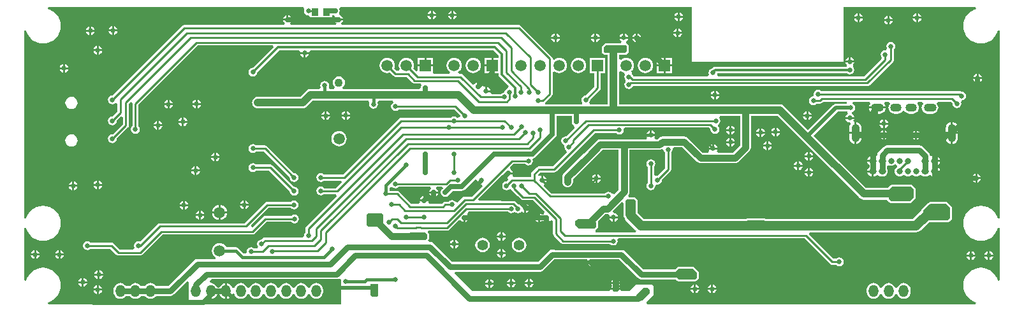
<source format=gbl>
G04*
G04 #@! TF.GenerationSoftware,Altium Limited,Altium Designer,18.1.7 (191)*
G04*
G04 Layer_Physical_Order=2*
G04 Layer_Color=16711680*
%FSLAX25Y25*%
%MOIN*%
G70*
G01*
G75*
%ADD15C,0.01000*%
%ADD68R,0.03661X0.03858*%
%ADD90C,0.03000*%
%ADD91C,0.02500*%
%ADD92C,0.01500*%
%ADD93C,0.04000*%
%ADD94C,0.02000*%
%ADD95C,0.01200*%
%ADD96C,0.01100*%
%ADD97C,0.05000*%
%ADD98C,0.03500*%
%ADD99C,0.03150*%
%ADD100O,0.05906X0.04331*%
%ADD101O,0.06693X0.04331*%
%ADD102O,0.04331X0.09449*%
%ADD103O,0.03937X0.03150*%
%ADD104C,0.05906*%
%ADD105R,0.05906X0.05906*%
%ADD106C,0.05512*%
%ADD107C,0.04331*%
%ADD108O,0.05118X0.06299*%
%ADD109C,0.02600*%
G36*
X316000Y136000D02*
Y133370D01*
X315130Y132500D01*
X304500D01*
X304000Y133000D01*
Y135500D01*
X305000Y136500D01*
X315500D01*
X316000Y136000D01*
D02*
G37*
G36*
X146865Y156496D02*
X147399Y155496D01*
X147333Y155397D01*
X147155Y154500D01*
X147333Y153603D01*
X147842Y152842D01*
X148603Y152333D01*
X149500Y152155D01*
X150138Y151631D01*
Y151071D01*
X155799D01*
Y151071D01*
X156201D01*
Y151071D01*
X161862D01*
Y152206D01*
X162859D01*
X163347Y151453D01*
X163383Y151190D01*
X163188Y150897D01*
X163109Y150500D01*
X167600D01*
X167521Y150897D01*
X167013Y151658D01*
X166252Y152167D01*
X165912Y152234D01*
X165471Y153310D01*
X165667Y153603D01*
X165845Y154500D01*
X165667Y155397D01*
X165601Y155496D01*
X166135Y156496D01*
X349810D01*
X349810Y127953D01*
X429134Y127953D01*
X429134Y156496D01*
X498382D01*
X498531Y155496D01*
X497457Y155170D01*
X495863Y154318D01*
X494466Y153172D01*
X493319Y151775D01*
X492468Y150181D01*
X491943Y148452D01*
X491766Y146653D01*
X491943Y144855D01*
X492468Y143126D01*
X493319Y141532D01*
X494466Y140135D01*
X495863Y138989D01*
X497457Y138137D01*
X499186Y137612D01*
X500984Y137435D01*
X502783Y137612D01*
X504512Y138137D01*
X506106Y138989D01*
X507503Y140135D01*
X508649Y141532D01*
X509501Y143126D01*
X509827Y144200D01*
X510827Y144052D01*
X510827Y45909D01*
X509827Y45761D01*
X509501Y46835D01*
X508649Y48429D01*
X507503Y49826D01*
X506106Y50972D01*
X504512Y51824D01*
X502783Y52348D01*
X500984Y52526D01*
X499186Y52348D01*
X497457Y51824D01*
X495863Y50972D01*
X494466Y49826D01*
X493319Y48429D01*
X492468Y46835D01*
X491943Y45105D01*
X491766Y43307D01*
X491943Y41509D01*
X492468Y39779D01*
X493319Y38186D01*
X494466Y36789D01*
X495863Y35642D01*
X497457Y34790D01*
X499186Y34266D01*
X500984Y34089D01*
X502783Y34266D01*
X504512Y34790D01*
X506106Y35642D01*
X507503Y36789D01*
X508649Y38186D01*
X509501Y39779D01*
X509827Y40853D01*
X510827Y40705D01*
Y13429D01*
X509827Y13281D01*
X509501Y14355D01*
X508649Y15948D01*
X507503Y17345D01*
X506106Y18492D01*
X504512Y19343D01*
X502783Y19868D01*
X500984Y20045D01*
X499186Y19868D01*
X497457Y19343D01*
X495863Y18492D01*
X494466Y17345D01*
X493319Y15948D01*
X492468Y14355D01*
X491943Y12625D01*
X491766Y10827D01*
X491943Y9028D01*
X492468Y7299D01*
X493319Y5705D01*
X494466Y4308D01*
X495863Y3162D01*
X497457Y2310D01*
X498531Y1984D01*
X498382Y984D01*
X326507D01*
X326125Y1908D01*
X330000Y5784D01*
Y10500D01*
X328000Y12500D01*
X321961D01*
X317335Y7874D01*
X313125D01*
X312621Y8500D01*
X311961D01*
X310961Y7500D01*
X309039D01*
X308500Y8039D01*
Y8500D01*
X307379D01*
X306875Y7874D01*
X235126D01*
X225973Y17027D01*
X226356Y17951D01*
X270500D01*
X271476Y18145D01*
X272302Y18698D01*
X278056Y24451D01*
X295095D01*
X295716Y23496D01*
X296000D01*
Y23961D01*
X296539Y24500D01*
X303500D01*
X303788Y24212D01*
X303943Y24451D01*
X311944D01*
X321698Y14698D01*
X322524Y14145D01*
X323500Y13951D01*
X341607D01*
X342279Y13279D01*
X342610Y13058D01*
X343000Y12980D01*
X351500D01*
X351890Y13058D01*
X352221Y13279D01*
X353221Y14279D01*
X353442Y14610D01*
X353520Y15000D01*
Y17500D01*
X353442Y17890D01*
X353221Y18221D01*
X351221Y20221D01*
X350890Y20442D01*
X350500Y20520D01*
X343000D01*
X342610Y20442D01*
X342279Y20221D01*
X341107Y19049D01*
X324556D01*
X314802Y28802D01*
X313976Y29355D01*
X313000Y29549D01*
X277000D01*
X276025Y29355D01*
X275198Y28802D01*
X269444Y23049D01*
X224556D01*
X214802Y32802D01*
X213976Y33355D01*
X213000Y33549D01*
X212405D01*
X211991Y34549D01*
X212221Y34779D01*
X212442Y35110D01*
X212520Y35500D01*
Y37500D01*
X212442Y37890D01*
X212221Y38221D01*
X211971Y38471D01*
X212386Y39471D01*
X222000D01*
X222585Y39587D01*
X223081Y39919D01*
X227997Y44834D01*
X229276Y44699D01*
X229342Y44602D01*
X230103Y44093D01*
X230500Y44014D01*
Y46260D01*
X231000D01*
Y46760D01*
X233246D01*
X233167Y47157D01*
X232658Y47918D01*
X232871Y48864D01*
X233386Y49431D01*
X253756D01*
X253842Y49302D01*
X254603Y48794D01*
X255500Y48616D01*
X256397Y48794D01*
X256472Y48844D01*
X257342Y49342D01*
X258103Y48833D01*
X259000Y48655D01*
X259897Y48833D01*
X260175Y49019D01*
X261137Y49379D01*
X261898Y48870D01*
X262295Y48791D01*
Y51037D01*
Y53282D01*
X261898Y53203D01*
X261137Y52695D01*
X260141Y53004D01*
X259897Y53167D01*
X259033Y53339D01*
X257679Y54692D01*
X257183Y55024D01*
X256598Y55140D01*
X238682D01*
X238299Y56064D01*
X250883Y68647D01*
X252001Y68352D01*
X252342Y67842D01*
X253103Y67334D01*
X253588Y67237D01*
X253973Y66207D01*
X253092Y65327D01*
X253000Y65345D01*
X252103Y65166D01*
X251342Y64658D01*
X250833Y63897D01*
X250655Y63000D01*
X250833Y62103D01*
X251342Y61342D01*
X252103Y60834D01*
X253000Y60655D01*
X253897Y60834D01*
X254172Y61017D01*
X254825Y61149D01*
X255131Y61076D01*
X255533Y60851D01*
X255772Y60493D01*
X260383Y55883D01*
X260895Y55540D01*
X261500Y55420D01*
X266845D01*
X272931Y49334D01*
X272696Y48155D01*
X272342Y47918D01*
X271658D01*
X270897Y48426D01*
X270500Y48505D01*
Y46260D01*
Y44014D01*
X270897Y44093D01*
X271299Y44362D01*
X272000Y44523D01*
X272701Y44362D01*
X273103Y44093D01*
X273500Y44014D01*
Y46260D01*
X274500D01*
Y44014D01*
X274897Y44093D01*
X275658Y44602D01*
X276793Y44737D01*
X277352Y44265D01*
Y37763D01*
X277472Y37158D01*
X277815Y36645D01*
X281577Y32882D01*
X282090Y32540D01*
X282695Y32420D01*
X307060D01*
X307112Y32342D01*
X307872Y31833D01*
X308770Y31655D01*
X309667Y31833D01*
X310428Y32342D01*
X310936Y33103D01*
X311115Y34000D01*
X311031Y34420D01*
X311699Y35420D01*
X408845D01*
X422251Y22014D01*
X422763Y21672D01*
X423368Y21551D01*
X425290D01*
X425342Y21474D01*
X426103Y20965D01*
X427000Y20787D01*
X427897Y20965D01*
X428658Y21474D01*
X429167Y22234D01*
X429345Y23132D01*
X429167Y24029D01*
X428658Y24790D01*
X427897Y25298D01*
X427000Y25477D01*
X426103Y25298D01*
X425342Y24790D01*
X425290Y24712D01*
X424023D01*
X411137Y37598D01*
X411552Y38598D01*
X467022D01*
X467935Y38718D01*
X468787Y39071D01*
X469518Y39632D01*
X473867Y43980D01*
X483947D01*
X484338Y44058D01*
X484668Y44279D01*
X485721Y45332D01*
X485942Y45663D01*
X486020Y46053D01*
Y51500D01*
X485942Y51890D01*
X485721Y52221D01*
X483721Y54221D01*
X483390Y54442D01*
X483000Y54520D01*
X474500D01*
X474110Y54442D01*
X473779Y54221D01*
X473596Y53947D01*
X473334Y53772D01*
X470279Y50717D01*
X470058Y50386D01*
X470001Y50100D01*
X465559Y45658D01*
X388196D01*
X388130Y45702D01*
X387740Y45779D01*
X378849D01*
X378807Y45771D01*
X378766Y45776D01*
X378614Y45733D01*
X378459Y45702D01*
X378424Y45678D01*
X378383Y45667D01*
X378372Y45658D01*
X324657D01*
X321520Y48796D01*
Y55151D01*
X321511Y55193D01*
X321516Y55234D01*
X321473Y55386D01*
X321442Y55541D01*
X321419Y55576D01*
X321407Y55617D01*
X321309Y55741D01*
X321221Y55872D01*
X321186Y55896D01*
X321160Y55928D01*
X320160Y56777D01*
X320022Y56854D01*
X319890Y56942D01*
X319849Y56950D01*
X319812Y56971D01*
X319655Y56989D01*
X319500Y57020D01*
X317166D01*
X317023Y57164D01*
X316684Y58020D01*
X316902Y58304D01*
X317179Y58973D01*
X317274Y59691D01*
Y81726D01*
X333000D01*
X333718Y81821D01*
X334208Y82024D01*
X334231Y82023D01*
X334847Y81782D01*
X335254Y81503D01*
X335333Y81103D01*
X335842Y80342D01*
X335920Y80290D01*
Y72155D01*
X332092Y68327D01*
X332000Y68345D01*
X331103Y68167D01*
X331080Y68152D01*
X330080Y68686D01*
Y72790D01*
X330158Y72842D01*
X330667Y73603D01*
X330845Y74500D01*
X330667Y75397D01*
X330158Y76158D01*
X329397Y76666D01*
X328500Y76845D01*
X327603Y76666D01*
X326842Y76158D01*
X326333Y75397D01*
X326155Y74500D01*
X326333Y73603D01*
X326842Y72842D01*
X326920Y72790D01*
Y64710D01*
X326842Y64658D01*
X326333Y63897D01*
X326155Y63000D01*
X326333Y62103D01*
X326842Y61342D01*
X327603Y60834D01*
X328500Y60655D01*
X329397Y60834D01*
X330158Y61342D01*
X330667Y62103D01*
X330834Y62945D01*
X330853Y63006D01*
X331723Y63710D01*
X332000Y63655D01*
X332897Y63833D01*
X333658Y64342D01*
X334167Y65103D01*
X334345Y66000D01*
X334327Y66092D01*
X338617Y70382D01*
X338960Y70895D01*
X339080Y71500D01*
Y80290D01*
X339158Y80342D01*
X339667Y81103D01*
X339845Y82000D01*
X339800Y82226D01*
X340558Y83226D01*
X344851D01*
X352539Y75539D01*
X353113Y75098D01*
X353782Y74821D01*
X354500Y74726D01*
X372500D01*
X373218Y74821D01*
X373887Y75098D01*
X374461Y75539D01*
X379961Y81039D01*
X380402Y81613D01*
X380679Y82282D01*
X380774Y83000D01*
Y99474D01*
X394747D01*
X407862Y86358D01*
X437650Y56571D01*
X438277Y56090D01*
X439006Y55788D01*
X439789Y55685D01*
X451927D01*
X452035Y55523D01*
X453279Y54279D01*
X453610Y54058D01*
X454000Y53980D01*
X464222D01*
X464612Y54058D01*
X464943Y54279D01*
X464943Y54279D01*
X466721Y56057D01*
X466942Y56388D01*
X467020Y56778D01*
Y61000D01*
X466942Y61390D01*
X466721Y61721D01*
X465221Y63221D01*
X464890Y63442D01*
X464500Y63520D01*
X454500D01*
X454110Y63442D01*
X453779Y63221D01*
X452294Y61736D01*
X441043D01*
X413584Y89196D01*
X426191Y101803D01*
X431259D01*
X431372Y101624D01*
X431603Y100666D01*
X430842Y100158D01*
X430333Y99397D01*
X430254Y99000D01*
X434746D01*
X434667Y99397D01*
X434158Y100158D01*
X433524Y100582D01*
X433501Y101092D01*
X433629Y101623D01*
X433897Y101676D01*
X434658Y102184D01*
X435167Y102945D01*
X435345Y103842D01*
X435167Y104740D01*
X434658Y105501D01*
X434031Y105920D01*
X434044Y106454D01*
X434198Y106920D01*
X442817D01*
X443054Y106599D01*
X443261Y105920D01*
X442904Y105455D01*
X442585Y104685D01*
X442543Y104358D01*
X446850D01*
X451158D01*
X451115Y104685D01*
X450796Y105455D01*
X450440Y105920D01*
X450647Y106599D01*
X450884Y106920D01*
X453053D01*
X453290Y106599D01*
X453497Y105920D01*
X453141Y105455D01*
X452822Y104685D01*
X452713Y103858D01*
X452822Y103032D01*
X453141Y102262D01*
X453648Y101601D01*
X454309Y101093D01*
X455079Y100774D01*
X455905Y100666D01*
X457480D01*
X458307Y100774D01*
X459077Y101093D01*
X459738Y101601D01*
X460042Y101997D01*
X460351Y102081D01*
X460909D01*
X461218Y101997D01*
X461522Y101601D01*
X462183Y101093D01*
X462953Y100774D01*
X463779Y100666D01*
X465354D01*
X466181Y100774D01*
X466951Y101093D01*
X467612Y101601D01*
X468119Y102262D01*
X468438Y103032D01*
X468547Y103858D01*
X468438Y104685D01*
X468119Y105455D01*
X467762Y105920D01*
X467970Y106599D01*
X468207Y106920D01*
X470376D01*
X470613Y106599D01*
X470820Y105920D01*
X470463Y105455D01*
X470145Y104685D01*
X470036Y103858D01*
X470145Y103032D01*
X470463Y102262D01*
X470971Y101601D01*
X471632Y101093D01*
X472402Y100774D01*
X473228Y100666D01*
X475591D01*
X476417Y100774D01*
X477187Y101093D01*
X477848Y101601D01*
X478356Y102262D01*
X478674Y103032D01*
X478783Y103858D01*
X478674Y104685D01*
X478356Y105455D01*
X477999Y105920D01*
X478206Y106599D01*
X478443Y106920D01*
X485345D01*
X486173Y106092D01*
X486155Y106000D01*
X486333Y105103D01*
X486842Y104342D01*
X487603Y103833D01*
X488500Y103655D01*
X489397Y103833D01*
X490158Y104342D01*
X490667Y105103D01*
X490845Y106000D01*
X490707Y106694D01*
X490833Y107106D01*
X491321Y107719D01*
X491897Y107833D01*
X492658Y108342D01*
X493167Y109103D01*
X493345Y110000D01*
X493167Y110897D01*
X492658Y111658D01*
X491897Y112167D01*
X491000Y112345D01*
X490828Y112311D01*
X490605Y112460D01*
X490000Y112580D01*
X417710D01*
X417658Y112658D01*
X416897Y113167D01*
X416000Y113345D01*
X415103Y113167D01*
X414342Y112658D01*
X413833Y111897D01*
X413655Y111000D01*
X413690Y110825D01*
X413525Y109973D01*
X412964Y109738D01*
X412603Y109667D01*
X411842Y109158D01*
X411333Y108397D01*
X411155Y107500D01*
X411333Y106603D01*
X411842Y105842D01*
X412603Y105333D01*
X413500Y105155D01*
X414397Y105333D01*
X415158Y105842D01*
X415210Y105920D01*
X417000D01*
X417605Y106040D01*
X418118Y106383D01*
X418655Y106920D01*
X430678D01*
X430813Y106760D01*
X431040Y105920D01*
X430975Y105882D01*
X425347D01*
X424566Y105727D01*
X423905Y105284D01*
X410700Y92080D01*
X398140Y104640D01*
X397513Y105121D01*
X396783Y105423D01*
X396000Y105526D01*
X312026D01*
Y122504D01*
X312299Y122718D01*
X313026Y122953D01*
X313636Y122484D01*
X314462Y122142D01*
X314680Y121824D01*
X314925Y121034D01*
X314833Y120897D01*
X314655Y120000D01*
X314833Y119103D01*
X315342Y118342D01*
X315124Y117285D01*
X314852Y116878D01*
X314674Y115981D01*
X314852Y115084D01*
X315361Y114323D01*
X316122Y113815D01*
X317019Y113636D01*
X317916Y113815D01*
X318677Y114323D01*
X319185Y115084D01*
X319203Y115171D01*
X441700D01*
X442285Y115287D01*
X442781Y115619D01*
X455081Y127919D01*
X455413Y128415D01*
X455529Y129000D01*
Y134256D01*
X455658Y134342D01*
X456167Y135103D01*
X456345Y136000D01*
X456167Y136897D01*
X455658Y137658D01*
X454897Y138167D01*
X454000Y138345D01*
X453103Y138167D01*
X452342Y137658D01*
X451833Y136897D01*
X451655Y136000D01*
X451833Y135103D01*
X452033Y134804D01*
X451432Y133904D01*
X451000Y133990D01*
X450103Y133811D01*
X449342Y133303D01*
X448833Y132542D01*
X448655Y131645D01*
X448833Y130747D01*
X449342Y129986D01*
X448910Y129072D01*
X439866Y120029D01*
X363621D01*
X363086Y121029D01*
X363167Y121150D01*
X363324Y121941D01*
X430749D01*
X430767Y121914D01*
X431528Y121406D01*
X432425Y121227D01*
X433323Y121406D01*
X434083Y121914D01*
X434592Y122675D01*
X434770Y123572D01*
X434592Y124470D01*
X434083Y125231D01*
X434190Y126295D01*
X434698Y127055D01*
X434777Y127453D01*
X430286D01*
X430365Y127055D01*
X430873Y126295D01*
X430771Y125267D01*
X430706Y125204D01*
X362072D01*
X361448Y125080D01*
X360919Y124726D01*
X360482Y124289D01*
X360103Y124214D01*
X359342Y123705D01*
X358833Y122945D01*
X358655Y122047D01*
X358833Y121150D01*
X358914Y121029D01*
X358379Y120029D01*
X319634D01*
X319266Y120397D01*
X319167Y120897D01*
X318658Y121658D01*
X318408Y121826D01*
X318326Y123023D01*
X318449Y123118D01*
X319083Y123944D01*
X319481Y124905D01*
X319617Y125937D01*
X319481Y126969D01*
X319083Y127930D01*
X318449Y128756D01*
X317623Y129390D01*
X316662Y129788D01*
X315630Y129924D01*
X314598Y129788D01*
X313636Y129390D01*
X313026Y128921D01*
X312299Y129156D01*
X312026Y129370D01*
Y131480D01*
X315130D01*
X315520Y131558D01*
X315851Y131779D01*
X316721Y132649D01*
X316942Y132980D01*
X317020Y133370D01*
Y136000D01*
X316942Y136390D01*
X316721Y136721D01*
X316221Y137221D01*
X315890Y137442D01*
X315693Y137481D01*
X315508Y138103D01*
X315513Y138514D01*
X316003Y138842D01*
X316512Y139603D01*
X316591Y140000D01*
X312100D01*
X312178Y139603D01*
X312687Y138842D01*
X313169Y138520D01*
X312866Y137520D01*
X310048D01*
X310000Y137526D01*
X309952Y137520D01*
X305000D01*
X304610Y137442D01*
X304279Y137221D01*
X303279Y136221D01*
X303058Y135890D01*
X302980Y135500D01*
Y133000D01*
X303058Y132610D01*
X303279Y132279D01*
X303779Y131779D01*
X304110Y131558D01*
X304500Y131480D01*
X305974D01*
Y105526D01*
X296724D01*
X296495Y105857D01*
X296281Y106526D01*
X296667Y107103D01*
X296845Y108000D01*
X296827Y108092D01*
X301747Y113012D01*
X302090Y113525D01*
X302210Y114130D01*
Y121984D01*
X304583D01*
Y129890D01*
X296677D01*
Y121984D01*
X299049D01*
Y114785D01*
X294592Y110327D01*
X294500Y110345D01*
X293603Y110167D01*
X292842Y109658D01*
X292333Y108897D01*
X292155Y108000D01*
X292333Y107103D01*
X292719Y106526D01*
X292506Y105857D01*
X292276Y105526D01*
X273635D01*
X273377Y105953D01*
X273261Y106526D01*
X276618Y109882D01*
X276960Y110395D01*
X277080Y111000D01*
Y122473D01*
X277203Y122581D01*
X278080Y122911D01*
X278637Y122484D01*
X279598Y122086D01*
X280630Y121950D01*
X281662Y122086D01*
X282623Y122484D01*
X283449Y123118D01*
X284083Y123944D01*
X284481Y124905D01*
X284617Y125937D01*
X284481Y126969D01*
X284083Y127930D01*
X283449Y128756D01*
X282623Y129390D01*
X281662Y129788D01*
X280630Y129924D01*
X279598Y129788D01*
X278637Y129390D01*
X278080Y128963D01*
X277203Y129293D01*
X277080Y129401D01*
Y129500D01*
X276960Y130105D01*
X276618Y130617D01*
X260617Y146617D01*
X260105Y146960D01*
X259500Y147080D01*
X166925D01*
X166621Y148080D01*
X167013Y148342D01*
X167521Y149103D01*
X167600Y149500D01*
X163109D01*
X163188Y149103D01*
X163696Y148342D01*
X164087Y148080D01*
X163784Y147080D01*
X140070D01*
X139767Y148080D01*
X140158Y148342D01*
X140667Y149103D01*
X140746Y149500D01*
X136254D01*
X136333Y149103D01*
X136842Y148342D01*
X137233Y148080D01*
X136930Y147080D01*
X84500D01*
X83895Y146960D01*
X83382Y146617D01*
X47092Y110327D01*
X47000Y110345D01*
X46103Y110167D01*
X45342Y109658D01*
X44833Y108897D01*
X44655Y108000D01*
X44833Y107103D01*
X45342Y106342D01*
X46103Y105833D01*
X47000Y105655D01*
X47897Y105833D01*
X48601Y106303D01*
X48913Y106237D01*
X49601Y105952D01*
Y101836D01*
X47092Y99327D01*
X47000Y99345D01*
X46103Y99167D01*
X45342Y98658D01*
X44833Y97897D01*
X44655Y97000D01*
X44833Y96103D01*
X45342Y95342D01*
X46103Y94833D01*
X47000Y94655D01*
X47897Y94833D01*
X48658Y95342D01*
X49167Y96103D01*
X49345Y97000D01*
X49327Y97092D01*
X51420Y99185D01*
X52420Y98770D01*
Y95253D01*
X47092Y89925D01*
X47000Y89943D01*
X46103Y89765D01*
X45342Y89257D01*
X44833Y88496D01*
X44655Y87598D01*
X44833Y86701D01*
X45342Y85940D01*
X46103Y85432D01*
X47000Y85253D01*
X47897Y85432D01*
X48658Y85940D01*
X49167Y86701D01*
X49345Y87598D01*
X49327Y87690D01*
X55117Y93481D01*
X55460Y93994D01*
X55580Y94598D01*
Y105845D01*
X56608Y106873D01*
X57487Y106338D01*
X57420Y106000D01*
Y94210D01*
X57342Y94158D01*
X56833Y93397D01*
X56655Y92500D01*
X56833Y91603D01*
X57342Y90842D01*
X58103Y90333D01*
X59000Y90155D01*
X59897Y90333D01*
X60658Y90842D01*
X61167Y91603D01*
X61345Y92500D01*
X61167Y93397D01*
X60658Y94158D01*
X60580Y94210D01*
Y105345D01*
X91655Y136420D01*
X130806D01*
X131189Y135496D01*
X120532Y124839D01*
X120500Y124845D01*
X119603Y124667D01*
X118842Y124158D01*
X118333Y123397D01*
X118155Y122500D01*
X118333Y121603D01*
X118842Y120842D01*
X119603Y120333D01*
X120500Y120155D01*
X121397Y120333D01*
X122158Y120842D01*
X122667Y121603D01*
X122845Y122500D01*
X122839Y122532D01*
X134176Y133869D01*
X144506D01*
X145106Y133000D01*
X149831D01*
X150431Y133869D01*
X246324D01*
X248869Y131324D01*
Y129890D01*
X246130D01*
Y125937D01*
Y121984D01*
X248869D01*
Y121178D01*
X248993Y120553D01*
X249346Y120024D01*
X254088Y115283D01*
X253759Y114198D01*
X253603Y114167D01*
X252842Y113658D01*
X252333Y112897D01*
X252309Y112776D01*
X252046Y111961D01*
X251203Y111659D01*
X251103Y111639D01*
X250342Y111131D01*
X250256Y111002D01*
X245160D01*
X244531Y112000D01*
X242284D01*
Y112500D01*
X241783D01*
Y114746D01*
X241534Y114696D01*
X241317Y114712D01*
X240479Y115263D01*
X240399Y115665D01*
X239891Y116426D01*
X239130Y116934D01*
X238732Y117013D01*
Y114768D01*
X237732D01*
Y117013D01*
X237335Y116934D01*
X236574Y116426D01*
X236405Y116172D01*
X235186Y115977D01*
X230081Y121081D01*
X229585Y121413D01*
X229000Y121529D01*
X228168D01*
X227677Y122424D01*
X227682Y122529D01*
X228449Y123118D01*
X229083Y123944D01*
X229481Y124905D01*
X229617Y125937D01*
X229481Y126969D01*
X229083Y127930D01*
X228449Y128756D01*
X227623Y129390D01*
X226662Y129788D01*
X225630Y129924D01*
X224598Y129788D01*
X223637Y129390D01*
X222811Y128756D01*
X222177Y127930D01*
X221779Y126969D01*
X221643Y125937D01*
X221779Y124905D01*
X222177Y123944D01*
X222811Y123118D01*
X223578Y122529D01*
X223583Y122424D01*
X223092Y121529D01*
X215394D01*
X214583Y121984D01*
Y125437D01*
X210630D01*
X206677D01*
Y123359D01*
X205753Y122977D01*
X204289Y124441D01*
X204481Y124905D01*
X204617Y125937D01*
X204481Y126969D01*
X204083Y127930D01*
X203449Y128756D01*
X202623Y129390D01*
X201662Y129788D01*
X200630Y129924D01*
X199598Y129788D01*
X198636Y129390D01*
X197811Y128756D01*
X197177Y127930D01*
X196779Y126969D01*
X196643Y125937D01*
X196779Y124905D01*
X197142Y124029D01*
X197018Y123684D01*
X196667Y123110D01*
X195685Y123045D01*
X194289Y124441D01*
X194481Y124905D01*
X194617Y125937D01*
X194481Y126969D01*
X194083Y127930D01*
X193449Y128756D01*
X192623Y129390D01*
X191662Y129788D01*
X190630Y129924D01*
X189598Y129788D01*
X188637Y129390D01*
X187811Y128756D01*
X187177Y127930D01*
X186779Y126969D01*
X186643Y125937D01*
X186779Y124905D01*
X187177Y123944D01*
X187811Y123118D01*
X188637Y122484D01*
X189598Y122086D01*
X190630Y121950D01*
X191662Y122086D01*
X192126Y122278D01*
X193985Y120419D01*
X194482Y120087D01*
X195067Y119971D01*
X200867D01*
X203919Y116919D01*
X204415Y116587D01*
X205000Y116471D01*
X208192D01*
X208228Y116432D01*
X208635Y115471D01*
X208333Y115020D01*
X208155Y114122D01*
X207322Y113526D01*
X167718D01*
X167379Y114526D01*
X167612Y114705D01*
X168119Y115366D01*
X168438Y116136D01*
X168547Y116962D01*
X168438Y117789D01*
X168119Y118559D01*
X167612Y119220D01*
X166951Y119727D01*
X166181Y120046D01*
X165354Y120155D01*
X164528Y120046D01*
X163758Y119727D01*
X163097Y119220D01*
X162589Y118559D01*
X162270Y117789D01*
X162162Y116962D01*
X162270Y116136D01*
X162589Y115366D01*
X163097Y114705D01*
X163330Y114526D01*
X162990Y113526D01*
X160722D01*
X160168Y114492D01*
X160173Y114526D01*
X160345Y115392D01*
X160167Y116289D01*
X159658Y117050D01*
X158897Y117559D01*
X158000Y117737D01*
X157103Y117559D01*
X156342Y117050D01*
X155833Y116289D01*
X155655Y115392D01*
X155827Y114526D01*
X155832Y114492D01*
X155278Y113526D01*
X150500D01*
X149717Y113423D01*
X148987Y113120D01*
X148360Y112640D01*
X148360Y112640D01*
X145247Y109526D01*
X123000D01*
X122217Y109423D01*
X121487Y109121D01*
X120860Y108640D01*
X120379Y108013D01*
X120077Y107283D01*
X119974Y106500D01*
X120077Y105717D01*
X120379Y104987D01*
X120860Y104360D01*
X121487Y103879D01*
X122217Y103577D01*
X123000Y103474D01*
X146500D01*
X147283Y103577D01*
X148013Y103879D01*
X148640Y104360D01*
X151753Y107474D01*
X180766D01*
X181327Y106535D01*
X181324Y106474D01*
X181155Y105626D01*
X181333Y104729D01*
X181842Y103968D01*
X182603Y103460D01*
X183500Y103281D01*
X184397Y103460D01*
X185158Y103968D01*
X185667Y104729D01*
X185845Y105626D01*
X185676Y106474D01*
X185673Y106535D01*
X186234Y107474D01*
X193578D01*
X193881Y106474D01*
X193409Y106158D01*
X192900Y105397D01*
X192722Y104500D01*
X192900Y103603D01*
X193409Y102842D01*
X194169Y102333D01*
X195067Y102155D01*
X195964Y102333D01*
X196725Y102842D01*
X196777Y102920D01*
X225661D01*
X228839Y99742D01*
X228821Y99650D01*
X228828Y99612D01*
X228217Y98841D01*
X227288Y98658D01*
X226527Y99167D01*
X225630Y99345D01*
X224732Y99167D01*
X223972Y98658D01*
X223920Y98580D01*
X198000D01*
X197395Y98460D01*
X196882Y98118D01*
X167599Y68834D01*
X157710D01*
X157658Y68912D01*
X156897Y69420D01*
X156000Y69599D01*
X155103Y69420D01*
X154342Y68912D01*
X153833Y68151D01*
X153655Y67254D01*
X153833Y66356D01*
X154342Y65596D01*
X155103Y65087D01*
X156000Y64909D01*
X156897Y65087D01*
X157658Y65596D01*
X157710Y65674D01*
X166632D01*
X167015Y64750D01*
X163885Y61620D01*
X157853D01*
X157658Y61912D01*
X156897Y62420D01*
X156000Y62599D01*
X155103Y62420D01*
X154342Y61912D01*
X153833Y61151D01*
X153655Y60254D01*
X153833Y59356D01*
X154342Y58596D01*
X155103Y58087D01*
X156000Y57909D01*
X156897Y58087D01*
X157454Y58459D01*
X163810D01*
X164224Y57459D01*
X148382Y41618D01*
X148040Y41105D01*
X147920Y40500D01*
Y38710D01*
X147842Y38658D01*
X147333Y37897D01*
X147155Y37000D01*
X147169Y36930D01*
X146348Y35930D01*
X126850D01*
X126245Y35810D01*
X125733Y35467D01*
X125092Y34827D01*
X125000Y34845D01*
X124103Y34667D01*
X123342Y34158D01*
X122833Y33397D01*
X122655Y32500D01*
X122833Y31603D01*
X123182Y31080D01*
X122886Y30265D01*
X122739Y30080D01*
X121210D01*
X121158Y30158D01*
X120397Y30667D01*
X119500Y30845D01*
X118603Y30667D01*
X117842Y30158D01*
X117333Y29397D01*
X117155Y28500D01*
X117190Y28324D01*
X116584Y27540D01*
X115534Y27490D01*
X112762Y30262D01*
X112183Y30648D01*
X111500Y30784D01*
X106539D01*
X106453Y30993D01*
X105819Y31819D01*
X104993Y32453D01*
X104032Y32851D01*
X103000Y32987D01*
X101968Y32851D01*
X101007Y32453D01*
X100181Y31819D01*
X99547Y30993D01*
X99149Y30032D01*
X99013Y29000D01*
X99149Y27968D01*
X99547Y27007D01*
X100181Y26181D01*
X101007Y25547D01*
X100803Y24549D01*
X91500D01*
X90525Y24355D01*
X89698Y23802D01*
X76318Y10423D01*
X69912D01*
X69468Y11003D01*
X68724Y11573D01*
X67858Y11932D01*
X66929Y12054D01*
X66000Y11932D01*
X65134Y11573D01*
X64391Y11003D01*
X63946Y10423D01*
X62038D01*
X61594Y11003D01*
X60850Y11573D01*
X59984Y11932D01*
X59055Y12054D01*
X58126Y11932D01*
X57260Y11573D01*
X56517Y11003D01*
X56072Y10423D01*
X54164D01*
X53719Y11003D01*
X52976Y11573D01*
X52110Y11932D01*
X51181Y12054D01*
X50252Y11932D01*
X49386Y11573D01*
X48643Y11003D01*
X48072Y10259D01*
X47714Y9394D01*
X47591Y8465D01*
Y7283D01*
X47714Y6354D01*
X48072Y5489D01*
X48643Y4745D01*
X49386Y4175D01*
X50252Y3816D01*
X51181Y3694D01*
X52110Y3816D01*
X52976Y4175D01*
X53719Y4745D01*
X54164Y5325D01*
X56072D01*
X56517Y4745D01*
X57260Y4175D01*
X58126Y3816D01*
X59055Y3694D01*
X59984Y3816D01*
X60850Y4175D01*
X61594Y4745D01*
X62038Y5325D01*
X63946D01*
X64391Y4745D01*
X65134Y4175D01*
X66000Y3816D01*
X66929Y3694D01*
X67858Y3816D01*
X68724Y4175D01*
X69468Y4745D01*
X69912Y5325D01*
X77374D01*
X78350Y5519D01*
X79176Y6072D01*
X86228Y13124D01*
X87000Y12481D01*
Y8758D01*
X86961Y8465D01*
Y7283D01*
X87000Y6990D01*
Y3000D01*
X95500D01*
X96662Y4162D01*
X97496Y3816D01*
X97925Y3760D01*
Y7874D01*
X98925D01*
Y3760D01*
X99354Y3816D01*
X100220Y4175D01*
X100963Y4745D01*
X101534Y5489D01*
X101840Y6227D01*
X102351Y6354D01*
X102373D01*
X102884Y6227D01*
X103190Y5489D01*
X103761Y4745D01*
X104504Y4175D01*
X105370Y3816D01*
X105799Y3760D01*
Y7874D01*
Y11988D01*
X105370Y11932D01*
X104504Y11573D01*
X103761Y11003D01*
X103190Y10259D01*
X102884Y9521D01*
X102373Y9394D01*
X102351D01*
X101840Y9521D01*
X101534Y10259D01*
X100963Y11003D01*
X100220Y11573D01*
X99354Y11932D01*
X98463Y12049D01*
X98376Y12166D01*
X98008Y13008D01*
X99032Y14032D01*
X164081D01*
X164681Y14151D01*
X166151D01*
X166500Y14007D01*
Y984D01*
X13429D01*
X13280Y1984D01*
X14355Y2310D01*
X15948Y3162D01*
X17345Y4308D01*
X18492Y5705D01*
X19343Y7299D01*
X19868Y9028D01*
X20045Y10827D01*
X19868Y12625D01*
X19343Y14355D01*
X18492Y15948D01*
X17345Y17345D01*
X15948Y18492D01*
X14355Y19343D01*
X12625Y19868D01*
X10827Y20045D01*
X9028Y19868D01*
X7299Y19343D01*
X5705Y18492D01*
X4308Y17345D01*
X3162Y15948D01*
X2310Y14355D01*
X1984Y13280D01*
X984Y13429D01*
Y40705D01*
X1984Y40854D01*
X2310Y39779D01*
X3162Y38186D01*
X4308Y36789D01*
X5705Y35642D01*
X7299Y34790D01*
X9028Y34266D01*
X10827Y34089D01*
X12625Y34266D01*
X14355Y34790D01*
X15948Y35642D01*
X17345Y36789D01*
X18492Y38186D01*
X19343Y39779D01*
X19868Y41509D01*
X20045Y43307D01*
X19868Y45105D01*
X19343Y46835D01*
X18492Y48429D01*
X17345Y49826D01*
X15948Y50972D01*
X14355Y51824D01*
X12625Y52348D01*
X10827Y52526D01*
X9028Y52348D01*
X7299Y51824D01*
X5705Y50972D01*
X4308Y49826D01*
X3162Y48429D01*
X2310Y46835D01*
X1984Y45761D01*
X984Y45909D01*
X984Y144052D01*
X1984Y144200D01*
X2310Y143126D01*
X3162Y141532D01*
X4308Y140135D01*
X5705Y138989D01*
X7299Y138137D01*
X9028Y137612D01*
X10827Y137435D01*
X12625Y137612D01*
X14355Y138137D01*
X15948Y138989D01*
X17345Y140135D01*
X18492Y141532D01*
X19343Y143126D01*
X19868Y144855D01*
X20045Y146653D01*
X19868Y148452D01*
X19343Y150181D01*
X18492Y151775D01*
X17345Y153172D01*
X15948Y154318D01*
X14355Y155170D01*
X13280Y155496D01*
X13429Y156496D01*
X146865Y156496D01*
D02*
G37*
G36*
X375226Y84149D02*
X371351Y80274D01*
X363471D01*
X362947Y81274D01*
X363167Y81603D01*
X363246Y82000D01*
X358754D01*
X358833Y81603D01*
X359053Y81274D01*
X358529Y80274D01*
X355649D01*
X347961Y87961D01*
X347387Y88402D01*
X346718Y88679D01*
X346000Y88774D01*
X334500D01*
X333782Y88679D01*
X333113Y88402D01*
X332539Y87961D01*
X331851Y87274D01*
X330871D01*
X330402Y88274D01*
X330667Y88670D01*
X330746Y89067D01*
X326254D01*
X326333Y88670D01*
X326598Y88274D01*
X326129Y87274D01*
X302031D01*
X301314Y87179D01*
X300645Y86902D01*
X300070Y86461D01*
X293570Y79961D01*
X283039Y69430D01*
X282598Y68855D01*
X282321Y68186D01*
X282226Y67469D01*
Y65000D01*
X282321Y64282D01*
X282598Y63613D01*
X283039Y63039D01*
X283613Y62598D01*
X284282Y62321D01*
X285000Y62226D01*
X285718Y62321D01*
X286387Y62598D01*
X286961Y63039D01*
X287402Y63613D01*
X287679Y64282D01*
X287774Y65000D01*
Y66320D01*
X297493Y76039D01*
X303180Y81726D01*
X311726D01*
Y60839D01*
X309403Y58517D01*
X308208Y58735D01*
X307999Y59048D01*
X307238Y59556D01*
X306341Y59735D01*
X305443Y59556D01*
X304682Y59048D01*
X304630Y58970D01*
X276584D01*
X272686Y62868D01*
X272924Y64044D01*
X273288Y64287D01*
X273797Y65048D01*
X273875Y65445D01*
X271630D01*
Y65945D01*
X271130D01*
Y68190D01*
X270732Y68111D01*
X270041Y68244D01*
X269626Y68575D01*
X269640Y68905D01*
X270655Y69920D01*
X278000D01*
X278605Y70040D01*
X279117Y70382D01*
X299324Y90589D01*
X310290D01*
X310342Y90511D01*
X311103Y90003D01*
X312000Y89824D01*
X312897Y90003D01*
X313658Y90511D01*
X314167Y91272D01*
X314345Y92169D01*
X314295Y92420D01*
X315042Y93420D01*
X358845D01*
X359673Y92592D01*
X359655Y92500D01*
X359833Y91603D01*
X360342Y90842D01*
X361103Y90333D01*
X362000Y90155D01*
X362897Y90333D01*
X363658Y90842D01*
X364167Y91603D01*
X364345Y92500D01*
X364167Y93397D01*
X363779Y93977D01*
X363673Y94215D01*
X363923Y95184D01*
X364158Y95342D01*
X364667Y96103D01*
X364845Y97000D01*
X364667Y97897D01*
X364281Y98474D01*
X364494Y99143D01*
X364724Y99474D01*
X375226D01*
Y84149D01*
D02*
G37*
G36*
X287174Y96725D02*
X287123Y96469D01*
X287302Y95571D01*
X287810Y94810D01*
X288320Y94469D01*
X288616Y93351D01*
X284092Y88827D01*
X284000Y88845D01*
X283103Y88666D01*
X282342Y88158D01*
X281833Y87397D01*
X281655Y86500D01*
X281833Y85603D01*
X282342Y84842D01*
X283103Y84333D01*
X283233Y83288D01*
X283229Y83266D01*
X283408Y82368D01*
X283916Y81608D01*
X284241Y81390D01*
X284465Y80200D01*
X277345Y73080D01*
X270000D01*
X269395Y72960D01*
X268882Y72618D01*
X266383Y70117D01*
X266040Y69605D01*
X265920Y69000D01*
Y67580D01*
X256686D01*
X256152Y68580D01*
X256167Y68603D01*
X256246Y69000D01*
X254000D01*
Y70000D01*
X256246D01*
X256167Y70397D01*
X255658Y71158D01*
X255148Y71499D01*
X254853Y72618D01*
X256655Y74420D01*
X262790D01*
X262842Y74342D01*
X263603Y73834D01*
X264500Y73655D01*
X265397Y73834D01*
X266158Y74342D01*
X266667Y75103D01*
X266845Y76000D01*
X266667Y76897D01*
X267378Y77381D01*
X268122Y77878D01*
X278622Y88378D01*
X279119Y89122D01*
X279294Y90000D01*
Y99474D01*
X287174D01*
Y96725D01*
D02*
G37*
G36*
X237668Y66009D02*
X237655Y65945D01*
X237833Y65048D01*
X238342Y64287D01*
X239103Y63778D01*
X239959Y63608D01*
X240078Y63431D01*
X240431Y62666D01*
X234946Y57181D01*
X231100D01*
X230496Y57060D01*
X229983Y56718D01*
X227543Y54278D01*
X226319Y54468D01*
X226158Y54709D01*
X225397Y55218D01*
X224500Y55396D01*
X223603Y55218D01*
X222842Y54709D01*
X222790Y54632D01*
X221051D01*
X220446Y54511D01*
X219934Y54169D01*
X219345Y53580D01*
X212758D01*
X212277Y54251D01*
X212161Y54580D01*
X212214Y54845D01*
X207723D01*
X207776Y54580D01*
X207660Y54251D01*
X207179Y53580D01*
X203155D01*
X196907Y59828D01*
X196394Y60171D01*
X195790Y60291D01*
X191784D01*
Y61783D01*
X192312Y62243D01*
X193342Y62342D01*
X194103Y61834D01*
X195000Y61655D01*
X195897Y61834D01*
X196658Y62342D01*
X196710Y62420D01*
X213398D01*
X213702Y61420D01*
X213310Y61158D01*
X212802Y60397D01*
X212723Y60000D01*
X217214D01*
X217135Y60397D01*
X216627Y61158D01*
X216235Y61420D01*
X216539Y62420D01*
X219369D01*
X219751Y61496D01*
X219559Y61303D01*
X219342Y61158D01*
X218833Y60397D01*
X218655Y59500D01*
X218833Y58603D01*
X219342Y57842D01*
X220103Y57333D01*
X221000Y57155D01*
X221897Y57333D01*
X222658Y57842D01*
X222803Y58059D01*
X224950Y60206D01*
X229500D01*
X230378Y60381D01*
X231122Y60878D01*
X236746Y66502D01*
X237668Y66009D01*
D02*
G37*
G36*
X466000Y61000D02*
Y56778D01*
X464222Y55000D01*
X454000D01*
X452756Y56244D01*
Y60756D01*
X454500Y62500D01*
X464500D01*
X466000Y61000D01*
D02*
G37*
G36*
X314110Y53964D02*
Y47620D01*
X314188Y47230D01*
X314363Y46968D01*
X314413Y46586D01*
X314766Y45735D01*
X315327Y45004D01*
X320699Y39632D01*
X320765Y39580D01*
X320426Y38580D01*
X299590D01*
X299404Y39489D01*
X299424Y39580D01*
X299721Y39779D01*
X300721Y40779D01*
X300942Y41110D01*
X301020Y41500D01*
Y44000D01*
X300942Y44390D01*
X300890Y44468D01*
X304649Y48226D01*
X305809D01*
X306225Y48281D01*
X306775Y47584D01*
X306837Y47397D01*
X306758Y47000D01*
X311249D01*
X311171Y47397D01*
X310662Y48158D01*
X309901Y48667D01*
X309004Y48845D01*
X308988Y48842D01*
X308496Y49764D01*
X313110Y54378D01*
X314110Y53964D01*
D02*
G37*
G36*
X320500Y55151D02*
Y47760D01*
X318740Y46000D01*
X316750D01*
X315130Y47620D01*
Y55130D01*
X316000Y56000D01*
X319500D01*
X320500Y55151D01*
D02*
G37*
G36*
X485000Y51500D02*
Y46053D01*
X483947Y45000D01*
X473410D01*
Y45090D01*
X471000Y47500D01*
Y49996D01*
X474055Y53051D01*
X474500D01*
Y53500D01*
X483000D01*
X485000Y51500D01*
D02*
G37*
G36*
X188500Y48000D02*
Y42000D01*
X188000Y41500D01*
X181000D01*
X180000Y42500D01*
Y48000D01*
X180500Y48500D01*
X188000D01*
X188500Y48000D01*
D02*
G37*
G36*
X300000Y44000D02*
Y41500D01*
X299000Y40500D01*
X290750D01*
X289000Y42250D01*
Y44532D01*
X289469Y45000D01*
X290500Y45500D01*
X290636Y45636D01*
X298364D01*
X300000Y44000D01*
D02*
G37*
G36*
X389000Y43500D02*
X389000Y40500D01*
X387890Y39390D01*
X378870D01*
X378000Y40260D01*
Y41260D01*
Y43760D01*
X378849Y44760D01*
X387740D01*
X389000Y43500D01*
D02*
G37*
G36*
X211500Y37500D02*
Y35500D01*
X210500Y34500D01*
X203000D01*
X202500Y35000D01*
Y38390D01*
X210610D01*
X211500Y37500D01*
D02*
G37*
G36*
X352500Y17500D02*
Y15000D01*
X351500Y14000D01*
X343000D01*
X341500Y15500D01*
Y18000D01*
X343000Y19500D01*
X350500D01*
X352500Y17500D01*
D02*
G37*
G36*
X186000Y5500D02*
X185500Y5000D01*
X183000D01*
X182000Y6000D01*
Y11500D01*
X186000D01*
Y5500D01*
D02*
G37*
G36*
X328000Y8500D02*
Y7000D01*
X324000Y3000D01*
X321567D01*
X321000Y3567D01*
Y6000D01*
X324500Y9500D01*
X327000D01*
X328000Y8500D01*
D02*
G37*
%LPC*%
G36*
X225233Y154556D02*
Y152810D01*
X226978D01*
X226899Y153208D01*
X226391Y153969D01*
X225630Y154477D01*
X225233Y154556D01*
D02*
G37*
G36*
X224233D02*
X223835Y154477D01*
X223074Y153969D01*
X222566Y153208D01*
X222487Y152810D01*
X224233D01*
Y154556D01*
D02*
G37*
G36*
X214469D02*
Y152810D01*
X216214D01*
X216135Y153208D01*
X215627Y153969D01*
X214866Y154477D01*
X214469Y154556D01*
D02*
G37*
G36*
X213469D02*
X213071Y154477D01*
X212310Y153969D01*
X211802Y153208D01*
X211723Y152810D01*
X213469D01*
Y154556D01*
D02*
G37*
G36*
X343500Y153631D02*
Y151885D01*
X345246D01*
X345167Y152283D01*
X344658Y153043D01*
X343897Y153552D01*
X343500Y153631D01*
D02*
G37*
G36*
X342500D02*
X342103Y153552D01*
X341342Y153043D01*
X340833Y152283D01*
X340754Y151885D01*
X342500D01*
Y153631D01*
D02*
G37*
G36*
X468112Y153131D02*
Y151385D01*
X469858D01*
X469778Y151783D01*
X469270Y152543D01*
X468509Y153052D01*
X468112Y153131D01*
D02*
G37*
G36*
X467112D02*
X466714Y153052D01*
X465954Y152543D01*
X465445Y151783D01*
X465366Y151385D01*
X467112D01*
Y153131D01*
D02*
G37*
G36*
X437508D02*
Y151385D01*
X439254D01*
X439174Y151783D01*
X438666Y152543D01*
X437905Y153052D01*
X437508Y153131D01*
D02*
G37*
G36*
X436508D02*
X436110Y153052D01*
X435350Y152543D01*
X434841Y151783D01*
X434762Y151385D01*
X436508D01*
Y153131D01*
D02*
G37*
G36*
X139000Y152246D02*
Y150500D01*
X140746D01*
X140667Y150897D01*
X140158Y151658D01*
X139397Y152167D01*
X139000Y152246D01*
D02*
G37*
G36*
X138000D02*
X137603Y152167D01*
X136842Y151658D01*
X136333Y150897D01*
X136254Y150500D01*
X138000D01*
Y152246D01*
D02*
G37*
G36*
X453213Y151852D02*
Y150106D01*
X454958D01*
X454879Y150504D01*
X454371Y151265D01*
X453610Y151773D01*
X453213Y151852D01*
D02*
G37*
G36*
X452213D02*
X451815Y151773D01*
X451055Y151265D01*
X450546Y150504D01*
X450467Y150106D01*
X452213D01*
Y151852D01*
D02*
G37*
G36*
X226978Y151810D02*
X225233D01*
Y150065D01*
X225630Y150144D01*
X226391Y150652D01*
X226899Y151413D01*
X226978Y151810D01*
D02*
G37*
G36*
X224233D02*
X222487D01*
X222566Y151413D01*
X223074Y150652D01*
X223835Y150144D01*
X224233Y150065D01*
Y151810D01*
D02*
G37*
G36*
X216214D02*
X214469D01*
Y150065D01*
X214866Y150144D01*
X215627Y150652D01*
X216135Y151413D01*
X216214Y151810D01*
D02*
G37*
G36*
X213469D02*
X211723D01*
X211802Y151413D01*
X212310Y150652D01*
X213071Y150144D01*
X213469Y150065D01*
Y151810D01*
D02*
G37*
G36*
X345246Y150885D02*
X343500D01*
Y149139D01*
X343897Y149218D01*
X344658Y149727D01*
X345167Y150488D01*
X345246Y150885D01*
D02*
G37*
G36*
X342500D02*
X340754D01*
X340833Y150488D01*
X341342Y149727D01*
X342103Y149218D01*
X342500Y149139D01*
Y150885D01*
D02*
G37*
G36*
X469858Y150385D02*
X468112D01*
Y148639D01*
X468509Y148719D01*
X469270Y149227D01*
X469778Y149988D01*
X469858Y150385D01*
D02*
G37*
G36*
X467112D02*
X465366D01*
X465445Y149988D01*
X465954Y149227D01*
X466714Y148719D01*
X467112Y148639D01*
Y150385D01*
D02*
G37*
G36*
X439254D02*
X437508D01*
Y148639D01*
X437905Y148719D01*
X438666Y149227D01*
X439174Y149988D01*
X439254Y150385D01*
D02*
G37*
G36*
X436508D02*
X434762D01*
X434841Y149988D01*
X435350Y149227D01*
X436110Y148719D01*
X436508Y148639D01*
Y150385D01*
D02*
G37*
G36*
X454958Y149106D02*
X453213D01*
Y147361D01*
X453610Y147440D01*
X454371Y147948D01*
X454879Y148709D01*
X454958Y149106D01*
D02*
G37*
G36*
X452213D02*
X450467D01*
X450546Y148709D01*
X451055Y147948D01*
X451815Y147440D01*
X452213Y147361D01*
Y149106D01*
D02*
G37*
G36*
X47744Y146446D02*
Y144700D01*
X49490D01*
X49411Y145097D01*
X48902Y145858D01*
X48142Y146367D01*
X47744Y146446D01*
D02*
G37*
G36*
X46744D02*
X46347Y146367D01*
X45586Y145858D01*
X45077Y145097D01*
X44998Y144700D01*
X46744D01*
Y146446D01*
D02*
G37*
G36*
X35933Y146297D02*
Y144552D01*
X37679D01*
X37600Y144949D01*
X37091Y145710D01*
X36331Y146218D01*
X35933Y146297D01*
D02*
G37*
G36*
X34933D02*
X34536Y146218D01*
X33775Y145710D01*
X33266Y144949D01*
X33187Y144552D01*
X34933D01*
Y146297D01*
D02*
G37*
G36*
X343020Y145246D02*
Y143500D01*
X344765D01*
X344686Y143897D01*
X344178Y144658D01*
X343417Y145167D01*
X343020Y145246D01*
D02*
G37*
G36*
X342020D02*
X341622Y145167D01*
X340862Y144658D01*
X340353Y143897D01*
X340274Y143500D01*
X342020D01*
Y145246D01*
D02*
G37*
G36*
X49490Y143700D02*
X47744D01*
Y141954D01*
X48142Y142033D01*
X48902Y142542D01*
X49411Y143303D01*
X49490Y143700D01*
D02*
G37*
G36*
X46744D02*
X44998D01*
X45077Y143303D01*
X45586Y142542D01*
X46347Y142033D01*
X46744Y141954D01*
Y143700D01*
D02*
G37*
G36*
X37679Y143552D02*
X35933D01*
Y141806D01*
X36331Y141885D01*
X37091Y142393D01*
X37600Y143154D01*
X37679Y143552D01*
D02*
G37*
G36*
X34933D02*
X33187D01*
X33266Y143154D01*
X33775Y142393D01*
X34536Y141885D01*
X34933Y141806D01*
Y143552D01*
D02*
G37*
G36*
X321567Y142746D02*
Y141000D01*
X323312D01*
X323234Y141397D01*
X322725Y142158D01*
X321964Y142667D01*
X321567Y142746D01*
D02*
G37*
G36*
X320567D02*
X320169Y142667D01*
X319409Y142158D01*
X318900Y141397D01*
X318821Y141000D01*
X320567D01*
Y142746D01*
D02*
G37*
G36*
X314845D02*
Y141000D01*
X316591D01*
X316512Y141397D01*
X316003Y142158D01*
X315243Y142667D01*
X314845Y142746D01*
D02*
G37*
G36*
X313845D02*
X313448Y142667D01*
X312687Y142158D01*
X312178Y141397D01*
X312100Y141000D01*
X313845D01*
Y142746D01*
D02*
G37*
G36*
X300000D02*
Y141000D01*
X301746D01*
X301667Y141397D01*
X301158Y142158D01*
X300397Y142667D01*
X300000Y142746D01*
D02*
G37*
G36*
X299000D02*
X298603Y142667D01*
X297842Y142158D01*
X297333Y141397D01*
X297254Y141000D01*
X299000D01*
Y142746D01*
D02*
G37*
G36*
X279136D02*
Y141000D01*
X280882D01*
X280803Y141397D01*
X280295Y142158D01*
X279534Y142667D01*
X279136Y142746D01*
D02*
G37*
G36*
X278136D02*
X277739Y142667D01*
X276978Y142158D01*
X276470Y141397D01*
X276391Y141000D01*
X278136D01*
Y142746D01*
D02*
G37*
G36*
X344765Y142500D02*
X343020D01*
Y140754D01*
X343417Y140833D01*
X344178Y141342D01*
X344686Y142103D01*
X344765Y142500D01*
D02*
G37*
G36*
X342020D02*
X340274D01*
X340353Y142103D01*
X340862Y141342D01*
X341622Y140833D01*
X342020Y140754D01*
Y142500D01*
D02*
G37*
G36*
X323312Y140000D02*
X321567D01*
Y138254D01*
X321964Y138333D01*
X322725Y138842D01*
X323234Y139603D01*
X323312Y140000D01*
D02*
G37*
G36*
X320567D02*
X318821D01*
X318900Y139603D01*
X319409Y138842D01*
X320169Y138333D01*
X320567Y138254D01*
Y140000D01*
D02*
G37*
G36*
X301746D02*
X300000D01*
Y138254D01*
X300397Y138333D01*
X301158Y138842D01*
X301667Y139603D01*
X301746Y140000D01*
D02*
G37*
G36*
X299000D02*
X297254D01*
X297333Y139603D01*
X297842Y138842D01*
X298603Y138333D01*
X299000Y138254D01*
Y140000D01*
D02*
G37*
G36*
X280882D02*
X279136D01*
Y138254D01*
X279534Y138333D01*
X280295Y138842D01*
X280803Y139603D01*
X280882Y140000D01*
D02*
G37*
G36*
X278136D02*
X276391D01*
X276470Y139603D01*
X276978Y138842D01*
X277739Y138333D01*
X278136Y138254D01*
Y140000D01*
D02*
G37*
G36*
X39870Y136104D02*
Y134358D01*
X41616D01*
X41537Y134756D01*
X41028Y135517D01*
X40268Y136025D01*
X39870Y136104D01*
D02*
G37*
G36*
X38870D02*
X38473Y136025D01*
X37712Y135517D01*
X37203Y134756D01*
X37124Y134358D01*
X38870D01*
Y136104D01*
D02*
G37*
G36*
X41616Y133358D02*
X39870D01*
Y131613D01*
X40268Y131692D01*
X41028Y132200D01*
X41537Y132961D01*
X41616Y133358D01*
D02*
G37*
G36*
X38870D02*
X37124D01*
X37203Y132961D01*
X37712Y132200D01*
X38473Y131692D01*
X38870Y131613D01*
Y133358D01*
D02*
G37*
G36*
X149714Y132000D02*
X147968D01*
Y130254D01*
X148366Y130333D01*
X149127Y130842D01*
X149635Y131603D01*
X149714Y132000D01*
D02*
G37*
G36*
X146968D02*
X145223D01*
X145302Y131603D01*
X145810Y130842D01*
X146571Y130333D01*
X146968Y130254D01*
Y132000D01*
D02*
G37*
G36*
X433032Y130198D02*
Y128453D01*
X434777D01*
X434698Y128850D01*
X434190Y129611D01*
X433429Y130119D01*
X433032Y130198D01*
D02*
G37*
G36*
X432031D02*
X431634Y130119D01*
X430873Y129611D01*
X430365Y128850D01*
X430286Y128453D01*
X432031D01*
Y130198D01*
D02*
G37*
G36*
X214583Y129890D02*
X211130D01*
Y126437D01*
X214583D01*
Y129890D01*
D02*
G37*
G36*
X339583D02*
X336130D01*
Y126437D01*
X339583D01*
Y129890D01*
D02*
G37*
G36*
X210130D02*
X206677D01*
Y126437D01*
X210130D01*
Y129890D01*
D02*
G37*
G36*
X335130D02*
X331677D01*
Y126437D01*
X335130D01*
Y129890D01*
D02*
G37*
G36*
X245130D02*
X241677D01*
Y126437D01*
X245130D01*
Y129890D01*
D02*
G37*
G36*
X22153Y126746D02*
Y125000D01*
X23899D01*
X23820Y125397D01*
X23312Y126158D01*
X22551Y126667D01*
X22153Y126746D01*
D02*
G37*
G36*
X21154D02*
X20756Y126667D01*
X19995Y126158D01*
X19487Y125397D01*
X19408Y125000D01*
X21154D01*
Y126746D01*
D02*
G37*
G36*
X23899Y124000D02*
X22153D01*
Y122254D01*
X22551Y122333D01*
X23312Y122842D01*
X23820Y123603D01*
X23899Y124000D01*
D02*
G37*
G36*
X21154D02*
X19408D01*
X19487Y123603D01*
X19995Y122842D01*
X20756Y122333D01*
X21154Y122254D01*
Y124000D01*
D02*
G37*
G36*
X339583Y125437D02*
X336130D01*
Y121984D01*
X339583D01*
Y125437D01*
D02*
G37*
G36*
X335130D02*
X331677D01*
Y121984D01*
X335130D01*
Y125437D01*
D02*
G37*
G36*
X245130D02*
X241677D01*
Y121984D01*
X245130D01*
Y125437D01*
D02*
G37*
G36*
X325630Y129924D02*
X324598Y129788D01*
X323637Y129390D01*
X322811Y128756D01*
X322177Y127930D01*
X321779Y126969D01*
X321643Y125937D01*
X321779Y124905D01*
X322177Y123944D01*
X322811Y123118D01*
X323637Y122484D01*
X324598Y122086D01*
X325630Y121950D01*
X326662Y122086D01*
X327623Y122484D01*
X328449Y123118D01*
X329083Y123944D01*
X329481Y124905D01*
X329617Y125937D01*
X329481Y126969D01*
X329083Y127930D01*
X328449Y128756D01*
X327623Y129390D01*
X326662Y129788D01*
X325630Y129924D01*
D02*
G37*
G36*
X290630D02*
X289598Y129788D01*
X288636Y129390D01*
X287811Y128756D01*
X287177Y127930D01*
X286779Y126969D01*
X286643Y125937D01*
X286779Y124905D01*
X287177Y123944D01*
X287811Y123118D01*
X288636Y122484D01*
X289598Y122086D01*
X290630Y121950D01*
X291662Y122086D01*
X292623Y122484D01*
X293449Y123118D01*
X294083Y123944D01*
X294481Y124905D01*
X294617Y125937D01*
X294481Y126969D01*
X294083Y127930D01*
X293449Y128756D01*
X292623Y129390D01*
X291662Y129788D01*
X290630Y129924D01*
D02*
G37*
G36*
X235630D02*
X234598Y129788D01*
X233636Y129390D01*
X232811Y128756D01*
X232177Y127930D01*
X231779Y126969D01*
X231643Y125937D01*
X231779Y124905D01*
X232177Y123944D01*
X232811Y123118D01*
X233636Y122484D01*
X234598Y122086D01*
X235630Y121950D01*
X236662Y122086D01*
X237623Y122484D01*
X238449Y123118D01*
X239083Y123944D01*
X239481Y124905D01*
X239617Y125937D01*
X239481Y126969D01*
X239083Y127930D01*
X238449Y128756D01*
X237623Y129390D01*
X236662Y129788D01*
X235630Y129924D01*
D02*
G37*
G36*
X499739Y121491D02*
Y119745D01*
X501484D01*
X501405Y120143D01*
X500897Y120904D01*
X500136Y121412D01*
X499739Y121491D01*
D02*
G37*
G36*
X498739D02*
X498341Y121412D01*
X497580Y120904D01*
X497072Y120143D01*
X496993Y119745D01*
X498739D01*
Y121491D01*
D02*
G37*
G36*
X501484Y118745D02*
X499739D01*
Y117000D01*
X500136Y117079D01*
X500897Y117587D01*
X501405Y118348D01*
X501484Y118745D01*
D02*
G37*
G36*
X498739D02*
X496993D01*
X497072Y118348D01*
X497580Y117587D01*
X498341Y117079D01*
X498739Y117000D01*
Y118745D01*
D02*
G37*
G36*
X242783Y114746D02*
Y113000D01*
X244529D01*
X244450Y113397D01*
X243942Y114158D01*
X243181Y114667D01*
X242783Y114746D01*
D02*
G37*
G36*
X362500Y112641D02*
Y110895D01*
X364246D01*
X364167Y111293D01*
X363658Y112053D01*
X362897Y112562D01*
X362500Y112641D01*
D02*
G37*
G36*
X361500D02*
X361103Y112562D01*
X360342Y112053D01*
X359833Y111293D01*
X359754Y110895D01*
X361500D01*
Y112641D01*
D02*
G37*
G36*
X364246Y109895D02*
X362500D01*
Y108150D01*
X362897Y108229D01*
X363658Y108737D01*
X364167Y109498D01*
X364246Y109895D01*
D02*
G37*
G36*
X361500D02*
X359754D01*
X359833Y109498D01*
X360342Y108737D01*
X361103Y108229D01*
X361500Y108150D01*
Y109895D01*
D02*
G37*
G36*
X91500Y107962D02*
Y106217D01*
X93246D01*
X93167Y106614D01*
X92658Y107375D01*
X91897Y107883D01*
X91500Y107962D01*
D02*
G37*
G36*
X90500D02*
X90103Y107883D01*
X89342Y107375D01*
X88833Y106614D01*
X88754Y106217D01*
X90500D01*
Y107962D01*
D02*
G37*
G36*
X76818Y107872D02*
Y106126D01*
X78564D01*
X78485Y106524D01*
X77976Y107285D01*
X77216Y107793D01*
X76818Y107872D01*
D02*
G37*
G36*
X75818D02*
X75421Y107793D01*
X74660Y107285D01*
X74152Y106524D01*
X74073Y106126D01*
X75818D01*
Y107872D01*
D02*
G37*
G36*
X93246Y105217D02*
X91500D01*
Y103471D01*
X91897Y103550D01*
X92658Y104059D01*
X93167Y104819D01*
X93246Y105217D01*
D02*
G37*
G36*
X90500D02*
X88754D01*
X88833Y104819D01*
X89342Y104059D01*
X90103Y103550D01*
X90500Y103471D01*
Y105217D01*
D02*
G37*
G36*
X78564Y105126D02*
X76818D01*
Y103381D01*
X77216Y103460D01*
X77976Y103968D01*
X78485Y104729D01*
X78564Y105126D01*
D02*
G37*
G36*
X75818D02*
X74073D01*
X74152Y104729D01*
X74660Y103968D01*
X75421Y103460D01*
X75818Y103381D01*
Y105126D01*
D02*
G37*
G36*
X25591Y109492D02*
X24764Y109383D01*
X23994Y109064D01*
X23333Y108557D01*
X22826Y107896D01*
X22507Y107125D01*
X22398Y106299D01*
X22507Y105473D01*
X22826Y104703D01*
X23333Y104042D01*
X23994Y103534D01*
X24764Y103215D01*
X25591Y103106D01*
X26417Y103215D01*
X27187Y103534D01*
X27848Y104042D01*
X28356Y104703D01*
X28674Y105473D01*
X28783Y106299D01*
X28674Y107125D01*
X28356Y107896D01*
X27848Y108557D01*
X27187Y109064D01*
X26417Y109383D01*
X25591Y109492D01*
D02*
G37*
G36*
X451158Y103358D02*
X447350D01*
Y100666D01*
X448032D01*
X448858Y100774D01*
X449628Y101093D01*
X450289Y101601D01*
X450796Y102262D01*
X451115Y103032D01*
X451158Y103358D01*
D02*
G37*
G36*
X446350D02*
X442543D01*
X442585Y103032D01*
X442904Y102262D01*
X443412Y101601D01*
X444073Y101093D01*
X444843Y100774D01*
X445669Y100666D01*
X446350D01*
Y103358D01*
D02*
G37*
G36*
X169500Y101987D02*
Y100242D01*
X171246D01*
X171167Y100639D01*
X170658Y101400D01*
X169897Y101908D01*
X169500Y101987D01*
D02*
G37*
G36*
X168500D02*
X168103Y101908D01*
X167342Y101400D01*
X166833Y100639D01*
X166754Y100242D01*
X168500D01*
Y101987D01*
D02*
G37*
G36*
X410740Y101896D02*
Y100150D01*
X412486D01*
X412406Y100547D01*
X411898Y101308D01*
X411137Y101816D01*
X410740Y101896D01*
D02*
G37*
G36*
X409740D02*
X409342Y101816D01*
X408582Y101308D01*
X408073Y100547D01*
X407994Y100150D01*
X409740D01*
Y101896D01*
D02*
G37*
G36*
X159000D02*
Y100150D01*
X160746D01*
X160667Y100547D01*
X160158Y101308D01*
X159397Y101816D01*
X159000Y101896D01*
D02*
G37*
G36*
X158000D02*
X157603Y101816D01*
X156842Y101308D01*
X156333Y100547D01*
X156254Y100150D01*
X158000D01*
Y101896D01*
D02*
G37*
G36*
X171246Y99242D02*
X169500D01*
Y97496D01*
X169897Y97575D01*
X170658Y98084D01*
X171167Y98844D01*
X171246Y99242D01*
D02*
G37*
G36*
X168500D02*
X166754D01*
X166833Y98844D01*
X167342Y98084D01*
X168103Y97575D01*
X168500Y97496D01*
Y99242D01*
D02*
G37*
G36*
X412486Y99150D02*
X410740D01*
Y97404D01*
X411137Y97483D01*
X411898Y97992D01*
X412406Y98753D01*
X412486Y99150D01*
D02*
G37*
G36*
X409740D02*
X407994D01*
X408073Y98753D01*
X408582Y97992D01*
X409342Y97483D01*
X409740Y97404D01*
Y99150D01*
D02*
G37*
G36*
X160746D02*
X159000D01*
Y97404D01*
X159397Y97483D01*
X160158Y97992D01*
X160667Y98753D01*
X160746Y99150D01*
D02*
G37*
G36*
X158000D02*
X156254D01*
X156333Y98753D01*
X156842Y97992D01*
X157603Y97483D01*
X158000Y97404D01*
Y99150D01*
D02*
G37*
G36*
X84395Y98714D02*
Y96969D01*
X86141D01*
X86062Y97366D01*
X85553Y98127D01*
X84793Y98635D01*
X84395Y98714D01*
D02*
G37*
G36*
X83395D02*
X82998Y98635D01*
X82237Y98127D01*
X81729Y97366D01*
X81650Y96969D01*
X83395D01*
Y98714D01*
D02*
G37*
G36*
X450789Y97613D02*
Y95868D01*
X452535D01*
X452456Y96265D01*
X451947Y97026D01*
X451187Y97534D01*
X450789Y97613D01*
D02*
G37*
G36*
X449789D02*
X449392Y97534D01*
X448631Y97026D01*
X448123Y96265D01*
X448043Y95868D01*
X449789D01*
Y97613D01*
D02*
G37*
G36*
X71366Y96844D02*
Y95098D01*
X73112D01*
X73033Y95496D01*
X72524Y96257D01*
X71764Y96765D01*
X71366Y96844D01*
D02*
G37*
G36*
X70366D02*
X69969Y96765D01*
X69208Y96257D01*
X68700Y95496D01*
X68621Y95098D01*
X70366D01*
Y96844D01*
D02*
G37*
G36*
X86141Y95969D02*
X84395D01*
Y94223D01*
X84793Y94302D01*
X85553Y94810D01*
X86062Y95571D01*
X86141Y95969D01*
D02*
G37*
G36*
X83395D02*
X81650D01*
X81729Y95571D01*
X82237Y94810D01*
X82998Y94302D01*
X83395Y94223D01*
Y95969D01*
D02*
G37*
G36*
X452535Y94868D02*
X450789D01*
Y93122D01*
X451187Y93201D01*
X451947Y93710D01*
X452456Y94470D01*
X452535Y94868D01*
D02*
G37*
G36*
X449789D02*
X448043D01*
X448123Y94470D01*
X448631Y93710D01*
X449392Y93201D01*
X449789Y93122D01*
Y94868D01*
D02*
G37*
G36*
X73112Y94098D02*
X71366D01*
Y92353D01*
X71764Y92432D01*
X72524Y92940D01*
X73033Y93701D01*
X73112Y94098D01*
D02*
G37*
G36*
X70366D02*
X68621D01*
X68700Y93701D01*
X69208Y92940D01*
X69969Y92432D01*
X70366Y92353D01*
Y94098D01*
D02*
G37*
G36*
X394201Y93297D02*
Y91551D01*
X395946D01*
X395867Y91949D01*
X395359Y92709D01*
X394598Y93218D01*
X394201Y93297D01*
D02*
G37*
G36*
X393201D02*
X392803Y93218D01*
X392043Y92709D01*
X391534Y91949D01*
X391455Y91551D01*
X393201D01*
Y93297D01*
D02*
G37*
G36*
X386327Y93087D02*
Y91342D01*
X388072D01*
X387993Y91739D01*
X387485Y92500D01*
X386724Y93008D01*
X386327Y93087D01*
D02*
G37*
G36*
X385327D02*
X384929Y93008D01*
X384169Y92500D01*
X383660Y91739D01*
X383581Y91342D01*
X385327D01*
Y93087D01*
D02*
G37*
G36*
X486327Y96237D02*
Y91051D01*
X489019D01*
Y93110D01*
X488911Y93937D01*
X488592Y94707D01*
X488084Y95368D01*
X487423Y95875D01*
X486653Y96194D01*
X486327Y96237D01*
D02*
G37*
G36*
X485327D02*
X485001Y96194D01*
X484231Y95875D01*
X483569Y95368D01*
X483062Y94707D01*
X482743Y93937D01*
X482634Y93110D01*
Y91051D01*
X485327D01*
Y96237D01*
D02*
G37*
G36*
X435933D02*
Y91051D01*
X438626D01*
Y93110D01*
X438517Y93937D01*
X438198Y94707D01*
X437691Y95368D01*
X437029Y95875D01*
X436259Y96194D01*
X435933Y96237D01*
D02*
G37*
G36*
X434746Y98000D02*
X430254D01*
X430333Y97603D01*
X430842Y96842D01*
X431603Y96333D01*
X432500Y96155D01*
X432579Y96171D01*
X432964Y95653D01*
X433087Y95252D01*
X432668Y94707D01*
X432349Y93937D01*
X432240Y93110D01*
Y91051D01*
X434933D01*
Y96237D01*
X434912Y96234D01*
X434358Y97064D01*
X434343Y97118D01*
X434667Y97603D01*
X434746Y98000D01*
D02*
G37*
G36*
X450789Y91812D02*
Y90067D01*
X452535D01*
X452456Y90464D01*
X451947Y91225D01*
X451187Y91733D01*
X450789Y91812D01*
D02*
G37*
G36*
X449789D02*
X449392Y91733D01*
X448631Y91225D01*
X448123Y90464D01*
X448043Y90067D01*
X449789D01*
Y91812D01*
D02*
G37*
G36*
X467626Y91639D02*
Y89893D01*
X469372D01*
X469292Y90290D01*
X468784Y91051D01*
X468023Y91559D01*
X467626Y91639D01*
D02*
G37*
G36*
X466626D02*
X466229Y91559D01*
X465468Y91051D01*
X464959Y90290D01*
X464880Y89893D01*
X466626D01*
Y91639D01*
D02*
G37*
G36*
X395946Y90551D02*
X394201D01*
Y88806D01*
X394598Y88885D01*
X395359Y89393D01*
X395867Y90154D01*
X395946Y90551D01*
D02*
G37*
G36*
X393201D02*
X391455D01*
X391534Y90154D01*
X392043Y89393D01*
X392803Y88885D01*
X393201Y88806D01*
Y90551D01*
D02*
G37*
G36*
X388072Y90342D02*
X386327D01*
Y88596D01*
X386724Y88675D01*
X387485Y89184D01*
X387993Y89944D01*
X388072Y90342D01*
D02*
G37*
G36*
X385327D02*
X383581D01*
X383660Y89944D01*
X384169Y89184D01*
X384929Y88675D01*
X385327Y88596D01*
Y90342D01*
D02*
G37*
G36*
X452535Y89067D02*
X450789D01*
Y87321D01*
X451187Y87400D01*
X451947Y87909D01*
X452456Y88670D01*
X452535Y89067D01*
D02*
G37*
G36*
X449789D02*
X448043D01*
X448123Y88670D01*
X448631Y87909D01*
X449392Y87400D01*
X449789Y87321D01*
Y89067D01*
D02*
G37*
G36*
X469372Y88893D02*
X467626D01*
Y87147D01*
X468023Y87226D01*
X468784Y87735D01*
X469292Y88496D01*
X469372Y88893D01*
D02*
G37*
G36*
X466626D02*
X464880D01*
X464959Y88496D01*
X465468Y87735D01*
X466229Y87226D01*
X466626Y87147D01*
Y88893D01*
D02*
G37*
G36*
X485327Y90051D02*
X482634D01*
Y87992D01*
X482743Y87166D01*
X483062Y86396D01*
X483569Y85735D01*
X484231Y85227D01*
X485001Y84908D01*
X485327Y84865D01*
Y90051D01*
D02*
G37*
G36*
X438626Y90051D02*
X435933D01*
Y84865D01*
X436259Y84908D01*
X437029Y85227D01*
X437691Y85735D01*
X438198Y86396D01*
X438517Y87166D01*
X438626Y87992D01*
Y90051D01*
D02*
G37*
G36*
X434933D02*
X432240D01*
Y87992D01*
X432349Y87166D01*
X432668Y86396D01*
X433176Y85735D01*
X433837Y85227D01*
X434607Y84908D01*
X434933Y84865D01*
Y90051D01*
D02*
G37*
G36*
X489019Y90051D02*
X486327D01*
Y84865D01*
X486653Y84908D01*
X487423Y85227D01*
X488084Y85735D01*
X488592Y86396D01*
X488911Y87166D01*
X489019Y87992D01*
Y90051D01*
D02*
G37*
G36*
X389972Y86101D02*
Y84355D01*
X391717D01*
X391638Y84752D01*
X391130Y85513D01*
X390369Y86022D01*
X389972Y86101D01*
D02*
G37*
G36*
X388972D02*
X388574Y86022D01*
X387814Y85513D01*
X387305Y84752D01*
X387226Y84355D01*
X388972D01*
Y86101D01*
D02*
G37*
G36*
X165453Y91585D02*
X164421Y91449D01*
X163459Y91051D01*
X162634Y90418D01*
X162000Y89592D01*
X161602Y88630D01*
X161466Y87598D01*
X161602Y86567D01*
X162000Y85605D01*
X162634Y84779D01*
X163459Y84146D01*
X164421Y83747D01*
X165453Y83612D01*
X166485Y83747D01*
X167446Y84146D01*
X168272Y84779D01*
X168905Y85605D01*
X169304Y86567D01*
X169440Y87598D01*
X169304Y88630D01*
X168905Y89592D01*
X168272Y90418D01*
X167446Y91051D01*
X166485Y91449D01*
X165453Y91585D01*
D02*
G37*
G36*
X25591Y89807D02*
X24764Y89698D01*
X23994Y89379D01*
X23333Y88872D01*
X22826Y88210D01*
X22507Y87441D01*
X22398Y86614D01*
X22507Y85788D01*
X22826Y85018D01*
X23333Y84357D01*
X23994Y83849D01*
X24764Y83530D01*
X25591Y83421D01*
X26417Y83530D01*
X27187Y83849D01*
X27848Y84357D01*
X28356Y85018D01*
X28674Y85788D01*
X28783Y86614D01*
X28674Y87441D01*
X28356Y88210D01*
X27848Y88872D01*
X27187Y89379D01*
X26417Y89698D01*
X25591Y89807D01*
D02*
G37*
G36*
X391717Y83355D02*
X389972D01*
Y81609D01*
X390369Y81688D01*
X391130Y82197D01*
X391638Y82958D01*
X391717Y83355D01*
D02*
G37*
G36*
X388972D02*
X387226D01*
X387305Y82958D01*
X387814Y82197D01*
X388574Y81688D01*
X388972Y81609D01*
Y83355D01*
D02*
G37*
G36*
X411637Y80611D02*
Y78866D01*
X413383D01*
X413304Y79263D01*
X412796Y80024D01*
X412035Y80532D01*
X411637Y80611D01*
D02*
G37*
G36*
X410637D02*
X410240Y80532D01*
X409479Y80024D01*
X408971Y79263D01*
X408892Y78866D01*
X410637D01*
Y80611D01*
D02*
G37*
G36*
X101304Y80246D02*
Y78500D01*
X103049D01*
X102970Y78897D01*
X102462Y79658D01*
X101701Y80167D01*
X101304Y80246D01*
D02*
G37*
G36*
X100303D02*
X99906Y80167D01*
X99145Y79658D01*
X98637Y78897D01*
X98558Y78500D01*
X100303D01*
Y80246D01*
D02*
G37*
G36*
X469000Y84049D02*
X452000D01*
X451024Y83855D01*
X450198Y83302D01*
X447607Y80712D01*
X447054Y79885D01*
X446861Y78909D01*
X446761Y78811D01*
X445860Y78366D01*
X445554Y78493D01*
X444988Y78567D01*
Y75984D01*
X444488D01*
Y75484D01*
X441563D01*
X441586Y75312D01*
X441845Y74686D01*
X442258Y74148D01*
X442738Y73780D01*
X442796Y73360D01*
Y73096D01*
X442738Y72677D01*
X442258Y72309D01*
X441845Y71771D01*
X441586Y71145D01*
X441563Y70972D01*
X444488D01*
Y70472D01*
X444988D01*
Y67889D01*
X445554Y67964D01*
X446180Y68223D01*
X446215Y68250D01*
X446949Y68544D01*
X447683Y68250D01*
X447717Y68223D01*
X448344Y67964D01*
X449016Y67875D01*
X449803D01*
X450475Y67964D01*
X451102Y68223D01*
X451640Y68636D01*
X452052Y69174D01*
X452312Y69800D01*
X452400Y70472D01*
X452312Y71145D01*
X452052Y71771D01*
X451958Y71893D01*
Y73148D01*
X452500Y73511D01*
X452958Y73684D01*
X453462Y73476D01*
X454134Y73387D01*
X454806Y73476D01*
X455432Y73735D01*
X455970Y74148D01*
X456628D01*
X457055Y73821D01*
X457121Y73687D01*
X457166Y73360D01*
Y73096D01*
X457108Y72677D01*
X456628Y72309D01*
X456215Y71771D01*
X455956Y71145D01*
X455868Y70472D01*
X455956Y69800D01*
X456215Y69174D01*
X456628Y68636D01*
X457166Y68223D01*
X457792Y67964D01*
X458465Y67875D01*
X459137Y67964D01*
X459763Y68223D01*
X460301Y68636D01*
X460959D01*
X461497Y68223D01*
X462123Y67964D01*
X462795Y67875D01*
X463467Y67964D01*
X464094Y68223D01*
X464632Y68636D01*
X465290D01*
X465828Y68223D01*
X466454Y67964D01*
X467126Y67875D01*
X467798Y67964D01*
X468425Y68223D01*
X468962Y68636D01*
X469620D01*
X470158Y68223D01*
X470785Y67964D01*
X471457Y67875D01*
X472244D01*
X472916Y67964D01*
X473543Y68223D01*
X474081Y68636D01*
X474542D01*
X475079Y68223D01*
X475706Y67964D01*
X476272Y67889D01*
Y70472D01*
X476772D01*
Y70972D01*
X479697D01*
X479674Y71145D01*
X479415Y71771D01*
X479002Y72309D01*
X478522Y72677D01*
X478464Y73096D01*
Y73360D01*
X478522Y73780D01*
X479002Y74148D01*
X479415Y74686D01*
X479674Y75312D01*
X479697Y75484D01*
X476772D01*
Y75984D01*
X476272D01*
Y78567D01*
X475706Y78493D01*
X475399Y78366D01*
X474961Y78490D01*
X474585Y78701D01*
X474344Y78929D01*
X474205Y79625D01*
X473653Y80452D01*
X470802Y83302D01*
X469976Y83855D01*
X469000Y84049D01*
D02*
G37*
G36*
X477272Y78567D02*
Y76484D01*
X479697D01*
X479674Y76656D01*
X479415Y77283D01*
X479002Y77821D01*
X478464Y78233D01*
X477838Y78493D01*
X477272Y78567D01*
D02*
G37*
G36*
X443988D02*
X443422Y78493D01*
X442796Y78233D01*
X442258Y77821D01*
X441845Y77283D01*
X441586Y76656D01*
X441563Y76484D01*
X443988D01*
Y78567D01*
D02*
G37*
G36*
X413383Y77866D02*
X411637D01*
Y76120D01*
X412035Y76199D01*
X412796Y76708D01*
X413304Y77468D01*
X413383Y77866D01*
D02*
G37*
G36*
X410637D02*
X408892D01*
X408971Y77468D01*
X409479Y76708D01*
X410240Y76199D01*
X410637Y76120D01*
Y77866D01*
D02*
G37*
G36*
X103049Y77500D02*
X101304D01*
Y75754D01*
X101701Y75833D01*
X102462Y76342D01*
X102970Y77103D01*
X103049Y77500D01*
D02*
G37*
G36*
X100303D02*
X98558D01*
X98637Y77103D01*
X99145Y76342D01*
X99906Y75833D01*
X100303Y75754D01*
Y77500D01*
D02*
G37*
G36*
X406012Y75721D02*
Y73976D01*
X407757D01*
X407678Y74373D01*
X407170Y75134D01*
X406409Y75642D01*
X406012Y75721D01*
D02*
G37*
G36*
X405012D02*
X404614Y75642D01*
X403854Y75134D01*
X403345Y74373D01*
X403266Y73976D01*
X405012D01*
Y75721D01*
D02*
G37*
G36*
X91000Y73112D02*
Y71366D01*
X92746D01*
X92667Y71764D01*
X92158Y72524D01*
X91397Y73033D01*
X91000Y73112D01*
D02*
G37*
G36*
X90000D02*
X89603Y73033D01*
X88842Y72524D01*
X88333Y71764D01*
X88254Y71366D01*
X90000D01*
Y73112D01*
D02*
G37*
G36*
X407757Y72976D02*
X406012D01*
Y71230D01*
X406409Y71309D01*
X407170Y71817D01*
X407678Y72578D01*
X407757Y72976D01*
D02*
G37*
G36*
X405012D02*
X403266D01*
X403345Y72578D01*
X403854Y71817D01*
X404614Y71309D01*
X405012Y71230D01*
Y72976D01*
D02*
G37*
G36*
X411637Y72246D02*
Y70500D01*
X413383D01*
X413304Y70897D01*
X412796Y71658D01*
X412035Y72167D01*
X411637Y72246D01*
D02*
G37*
G36*
X410637D02*
X410240Y72167D01*
X409479Y71658D01*
X408971Y70897D01*
X408892Y70500D01*
X410637D01*
Y72246D01*
D02*
G37*
G36*
X92746Y70366D02*
X91000D01*
Y68621D01*
X91397Y68700D01*
X92158Y69208D01*
X92667Y69969D01*
X92746Y70366D01*
D02*
G37*
G36*
X90000D02*
X88254D01*
X88333Y69969D01*
X88842Y69208D01*
X89603Y68700D01*
X90000Y68621D01*
Y70366D01*
D02*
G37*
G36*
X443988Y69972D02*
X441563D01*
X441586Y69800D01*
X441845Y69174D01*
X442258Y68636D01*
X442796Y68223D01*
X443422Y67964D01*
X443988Y67889D01*
Y69972D01*
D02*
G37*
G36*
X479697D02*
X477272D01*
Y67889D01*
X477838Y67964D01*
X478464Y68223D01*
X479002Y68636D01*
X479415Y69174D01*
X479674Y69800D01*
X479697Y69972D01*
D02*
G37*
G36*
X413383Y69500D02*
X411637D01*
Y67754D01*
X412035Y67834D01*
X412796Y68342D01*
X413304Y69103D01*
X413383Y69500D01*
D02*
G37*
G36*
X410637D02*
X408892D01*
X408971Y69103D01*
X409479Y68342D01*
X410240Y67834D01*
X410637Y67754D01*
Y69500D01*
D02*
G37*
G36*
X499194Y69175D02*
Y67429D01*
X500940D01*
X500861Y67826D01*
X500352Y68587D01*
X499592Y69096D01*
X499194Y69175D01*
D02*
G37*
G36*
X498194D02*
X497797Y69096D01*
X497036Y68587D01*
X496528Y67826D01*
X496449Y67429D01*
X498194D01*
Y69175D01*
D02*
G37*
G36*
X120500Y84845D02*
X119603Y84667D01*
X118842Y84158D01*
X118333Y83397D01*
X118155Y82500D01*
X118333Y81603D01*
X118842Y80842D01*
X119603Y80334D01*
X120500Y80155D01*
X121397Y80334D01*
X122158Y80842D01*
X122210Y80920D01*
X126099D01*
X139673Y67346D01*
X139655Y67254D01*
X139833Y66356D01*
X140342Y65596D01*
X141103Y65087D01*
X142000Y64909D01*
X142897Y65087D01*
X143658Y65596D01*
X144167Y66356D01*
X144345Y67254D01*
X144167Y68151D01*
X143658Y68912D01*
X142897Y69420D01*
X142000Y69599D01*
X141908Y69581D01*
X127871Y83618D01*
X127359Y83960D01*
X126754Y84080D01*
X122210D01*
X122158Y84158D01*
X121397Y84667D01*
X120500Y84845D01*
D02*
G37*
G36*
X500940Y66429D02*
X499194D01*
Y64684D01*
X499592Y64763D01*
X500352Y65271D01*
X500861Y66032D01*
X500940Y66429D01*
D02*
G37*
G36*
X498194D02*
X496449D01*
X496528Y66032D01*
X497036Y65271D01*
X497797Y64763D01*
X498194Y64684D01*
Y66429D01*
D02*
G37*
G36*
X39870Y65635D02*
Y63890D01*
X41616D01*
X41537Y64287D01*
X41028Y65048D01*
X40268Y65556D01*
X39870Y65635D01*
D02*
G37*
G36*
X38870D02*
X38473Y65556D01*
X37712Y65048D01*
X37203Y64287D01*
X37124Y63890D01*
X38870D01*
Y65635D01*
D02*
G37*
G36*
X26917Y65135D02*
Y63390D01*
X28662D01*
X28583Y63787D01*
X28075Y64548D01*
X27314Y65056D01*
X26917Y65135D01*
D02*
G37*
G36*
X25917D02*
X25519Y65056D01*
X24759Y64548D01*
X24250Y63787D01*
X24171Y63390D01*
X25917D01*
Y65135D01*
D02*
G37*
G36*
X41616Y62890D02*
X39870D01*
Y61144D01*
X40268Y61223D01*
X41028Y61732D01*
X41537Y62492D01*
X41616Y62890D01*
D02*
G37*
G36*
X38870D02*
X37124D01*
X37203Y62492D01*
X37712Y61732D01*
X38473Y61223D01*
X38870Y61144D01*
Y62890D01*
D02*
G37*
G36*
X28662Y62390D02*
X26917D01*
Y60644D01*
X27314Y60723D01*
X28075Y61232D01*
X28583Y61992D01*
X28662Y62390D01*
D02*
G37*
G36*
X25917D02*
X24171D01*
X24250Y61992D01*
X24759Y61232D01*
X25519Y60723D01*
X25917Y60644D01*
Y62390D01*
D02*
G37*
G36*
X120500Y74845D02*
X119603Y74667D01*
X118842Y74158D01*
X118333Y73397D01*
X118155Y72500D01*
X118333Y71603D01*
X118842Y70842D01*
X119603Y70333D01*
X120500Y70155D01*
X121397Y70333D01*
X122158Y70842D01*
X122210Y70920D01*
X128885D01*
X139673Y60131D01*
X139655Y60039D01*
X139833Y59142D01*
X140342Y58381D01*
X141103Y57873D01*
X142000Y57694D01*
X142897Y57873D01*
X143658Y58381D01*
X144167Y59142D01*
X144345Y60039D01*
X144167Y60937D01*
X143658Y61698D01*
X142897Y62206D01*
X142000Y62384D01*
X141908Y62366D01*
X130657Y73618D01*
X130144Y73960D01*
X129539Y74080D01*
X122210D01*
X122158Y74158D01*
X121397Y74667D01*
X120500Y74845D01*
D02*
G37*
G36*
X116468Y55246D02*
Y53500D01*
X118214D01*
X118135Y53897D01*
X117626Y54658D01*
X116866Y55167D01*
X116468Y55246D01*
D02*
G37*
G36*
X115468D02*
X115071Y55167D01*
X114310Y54658D01*
X113802Y53897D01*
X113723Y53500D01*
X115468D01*
Y55246D01*
D02*
G37*
G36*
X84895Y55062D02*
Y53316D01*
X86641D01*
X86562Y53714D01*
X86053Y54474D01*
X85293Y54983D01*
X84895Y55062D01*
D02*
G37*
G36*
X83895D02*
X83498Y54983D01*
X82737Y54474D01*
X82229Y53714D01*
X82150Y53316D01*
X83895D01*
Y55062D01*
D02*
G37*
G36*
X263295Y53282D02*
Y51537D01*
X265041D01*
X264962Y51934D01*
X264454Y52695D01*
X263693Y53203D01*
X263295Y53282D01*
D02*
G37*
G36*
X118214Y52500D02*
X116468D01*
Y50754D01*
X116866Y50833D01*
X117626Y51342D01*
X118135Y52103D01*
X118214Y52500D01*
D02*
G37*
G36*
X115468D02*
X113723D01*
X113802Y52103D01*
X114310Y51342D01*
X115071Y50833D01*
X115468Y50754D01*
Y52500D01*
D02*
G37*
G36*
X142000Y55345D02*
X141103Y55167D01*
X140342Y54658D01*
X140290Y54580D01*
X128000D01*
X127395Y54460D01*
X126883Y54118D01*
X116095Y43330D01*
X71750D01*
X71145Y43210D01*
X70632Y42867D01*
X61518Y33753D01*
X60658Y33924D01*
X59761Y33745D01*
X59000Y33237D01*
X58492Y32476D01*
X58313Y31578D01*
X58492Y30681D01*
X58559Y30580D01*
X58024Y29580D01*
X50836D01*
X47720Y32696D01*
X47207Y33038D01*
X46603Y33159D01*
X35710D01*
X35658Y33237D01*
X34897Y33745D01*
X34000Y33924D01*
X33103Y33745D01*
X32342Y33237D01*
X31833Y32476D01*
X31655Y31578D01*
X31833Y30681D01*
X32342Y29920D01*
X33103Y29412D01*
X34000Y29233D01*
X34897Y29412D01*
X35658Y29920D01*
X35710Y29998D01*
X45948D01*
X49064Y26882D01*
X49576Y26540D01*
X50181Y26420D01*
X61422D01*
X62026Y26540D01*
X62539Y26882D01*
X73076Y37420D01*
X120250D01*
X120855Y37540D01*
X121368Y37883D01*
X127540Y44055D01*
X140504D01*
X140556Y43977D01*
X141317Y43469D01*
X142215Y43291D01*
X143112Y43469D01*
X143873Y43977D01*
X144381Y44738D01*
X144560Y45636D01*
X144381Y46533D01*
X143873Y47294D01*
X143112Y47802D01*
X142215Y47981D01*
X141317Y47802D01*
X140556Y47294D01*
X140504Y47216D01*
X126886D01*
X126281Y47096D01*
X125768Y46753D01*
X120102Y41087D01*
X119797Y41148D01*
X119468Y42233D01*
X128655Y51420D01*
X140290D01*
X140342Y51342D01*
X141103Y50833D01*
X142000Y50655D01*
X142897Y50833D01*
X143658Y51342D01*
X144167Y52103D01*
X144345Y53000D01*
X144167Y53897D01*
X143658Y54658D01*
X142897Y55167D01*
X142000Y55345D01*
D02*
G37*
G36*
X86641Y52316D02*
X84895D01*
Y50570D01*
X85293Y50649D01*
X86053Y51158D01*
X86562Y51919D01*
X86641Y52316D01*
D02*
G37*
G36*
X83895D02*
X82150D01*
X82229Y51919D01*
X82737Y51158D01*
X83498Y50649D01*
X83895Y50570D01*
Y52316D01*
D02*
G37*
G36*
X103500Y52921D02*
Y49500D01*
X106921D01*
X106851Y50032D01*
X106453Y50993D01*
X105819Y51819D01*
X104993Y52453D01*
X104032Y52851D01*
X103500Y52921D01*
D02*
G37*
G36*
X102500D02*
X101968Y52851D01*
X101007Y52453D01*
X100181Y51819D01*
X99547Y50993D01*
X99149Y50032D01*
X99079Y49500D01*
X102500D01*
Y52921D01*
D02*
G37*
G36*
X265041Y50537D02*
X263295D01*
Y48791D01*
X263693Y48870D01*
X264454Y49379D01*
X264962Y50139D01*
X265041Y50537D01*
D02*
G37*
G36*
X93246Y49784D02*
Y48039D01*
X94991D01*
X94912Y48436D01*
X94404Y49197D01*
X93643Y49705D01*
X93246Y49784D01*
D02*
G37*
G36*
X92246D02*
X91848Y49705D01*
X91087Y49197D01*
X90579Y48436D01*
X90500Y48039D01*
X92246D01*
Y49784D01*
D02*
G37*
G36*
X269500Y48505D02*
X269103Y48426D01*
X268342Y47918D01*
X267833Y47157D01*
X267754Y46760D01*
X269500D01*
Y48505D01*
D02*
G37*
G36*
X94991Y47039D02*
X93246D01*
Y45293D01*
X93643Y45372D01*
X94404Y45880D01*
X94912Y46641D01*
X94991Y47039D01*
D02*
G37*
G36*
X92246D02*
X90500D01*
X90579Y46641D01*
X91087Y45880D01*
X91848Y45372D01*
X92246Y45293D01*
Y47039D01*
D02*
G37*
G36*
X106921Y48500D02*
X103500D01*
Y45079D01*
X104032Y45149D01*
X104993Y45547D01*
X105819Y46181D01*
X106453Y47007D01*
X106851Y47968D01*
X106921Y48500D01*
D02*
G37*
G36*
X102500D02*
X99079D01*
X99149Y47968D01*
X99547Y47007D01*
X100181Y46181D01*
X101007Y45547D01*
X101968Y45149D01*
X102500Y45079D01*
Y48500D01*
D02*
G37*
G36*
X233246Y45760D02*
X231500D01*
Y44014D01*
X231897Y44093D01*
X232658Y44602D01*
X233167Y45362D01*
X233246Y45760D01*
D02*
G37*
G36*
X269500D02*
X267754D01*
X267833Y45362D01*
X268342Y44602D01*
X269103Y44093D01*
X269500Y44014D01*
Y45760D01*
D02*
G37*
G36*
X250756Y38746D02*
Y37000D01*
X252501D01*
X252422Y37397D01*
X251914Y38158D01*
X251153Y38667D01*
X250756Y38746D01*
D02*
G37*
G36*
X249756D02*
X249358Y38667D01*
X248598Y38158D01*
X248089Y37397D01*
X248010Y37000D01*
X249756D01*
Y38746D01*
D02*
G37*
G36*
X252501Y36000D02*
X250756D01*
Y34254D01*
X251153Y34333D01*
X251914Y34842D01*
X252422Y35603D01*
X252501Y36000D01*
D02*
G37*
G36*
X249756D02*
X248010D01*
X248089Y35603D01*
X248598Y34842D01*
X249358Y34333D01*
X249756Y34254D01*
Y36000D01*
D02*
G37*
G36*
X226161Y34746D02*
Y33000D01*
X227907D01*
X227828Y33397D01*
X227319Y34158D01*
X226558Y34667D01*
X226161Y34746D01*
D02*
G37*
G36*
X225161D02*
X224764Y34667D01*
X224003Y34158D01*
X223495Y33397D01*
X223415Y33000D01*
X225161D01*
Y34746D01*
D02*
G37*
G36*
X227907Y32000D02*
X226161D01*
Y30254D01*
X226558Y30333D01*
X227319Y30842D01*
X227828Y31603D01*
X227907Y32000D01*
D02*
G37*
G36*
X225161D02*
X223415D01*
X223495Y31603D01*
X224003Y30842D01*
X224764Y30333D01*
X225161Y30254D01*
Y32000D01*
D02*
G37*
G36*
X259653Y35788D02*
X258673Y35659D01*
X257759Y35281D01*
X256975Y34679D01*
X256373Y33894D01*
X255994Y32980D01*
X255865Y32000D01*
X255994Y31019D01*
X256373Y30106D01*
X256975Y29321D01*
X257759Y28719D01*
X258673Y28341D01*
X259653Y28212D01*
X260634Y28341D01*
X261548Y28719D01*
X262332Y29321D01*
X262934Y30106D01*
X263313Y31019D01*
X263442Y32000D01*
X263313Y32980D01*
X262934Y33894D01*
X262332Y34679D01*
X261548Y35281D01*
X260634Y35659D01*
X259653Y35788D01*
D02*
G37*
G36*
X240441D02*
X239460Y35659D01*
X238547Y35281D01*
X237762Y34679D01*
X237160Y33894D01*
X236782Y32980D01*
X236653Y32000D01*
X236782Y31019D01*
X237160Y30106D01*
X237762Y29321D01*
X238547Y28719D01*
X239460Y28341D01*
X240441Y28212D01*
X241421Y28341D01*
X242335Y28719D01*
X243120Y29321D01*
X243722Y30106D01*
X244100Y31019D01*
X244229Y32000D01*
X244100Y32980D01*
X243722Y33894D01*
X243120Y34679D01*
X242335Y35281D01*
X241421Y35659D01*
X240441Y35788D01*
D02*
G37*
G36*
X250756Y29805D02*
Y28059D01*
X252501D01*
X252422Y28457D01*
X251914Y29217D01*
X251153Y29726D01*
X250756Y29805D01*
D02*
G37*
G36*
X249756D02*
X249358Y29726D01*
X248598Y29217D01*
X248089Y28457D01*
X248010Y28059D01*
X249756D01*
Y29805D01*
D02*
G37*
G36*
X19843Y29252D02*
Y27507D01*
X21589D01*
X21510Y27904D01*
X21002Y28665D01*
X20241Y29173D01*
X19843Y29252D01*
D02*
G37*
G36*
X18844D02*
X18446Y29173D01*
X17685Y28665D01*
X17177Y27904D01*
X17098Y27507D01*
X18844D01*
Y29252D01*
D02*
G37*
G36*
X7095D02*
Y27507D01*
X8841D01*
X8762Y27904D01*
X8253Y28665D01*
X7493Y29173D01*
X7095Y29252D01*
D02*
G37*
G36*
X6095D02*
X5698Y29173D01*
X4937Y28665D01*
X4429Y27904D01*
X4350Y27507D01*
X6095D01*
Y29252D01*
D02*
G37*
G36*
X505716Y28746D02*
Y27000D01*
X507461D01*
X507382Y27397D01*
X506874Y28158D01*
X506113Y28667D01*
X505716Y28746D01*
D02*
G37*
G36*
X504716D02*
X504318Y28667D01*
X503557Y28158D01*
X503049Y27397D01*
X502970Y27000D01*
X504716D01*
Y28746D01*
D02*
G37*
G36*
X496363Y28620D02*
Y26874D01*
X498108D01*
X498029Y27271D01*
X497521Y28032D01*
X496760Y28541D01*
X496363Y28620D01*
D02*
G37*
G36*
X495363D02*
X494965Y28541D01*
X494205Y28032D01*
X493696Y27271D01*
X493617Y26874D01*
X495363D01*
Y28620D01*
D02*
G37*
G36*
X252501Y27059D02*
X250756D01*
Y25313D01*
X251153Y25392D01*
X251914Y25901D01*
X252422Y26662D01*
X252501Y27059D01*
D02*
G37*
G36*
X249756D02*
X248010D01*
X248089Y26662D01*
X248598Y25901D01*
X249358Y25392D01*
X249756Y25313D01*
Y27059D01*
D02*
G37*
G36*
X21589Y26507D02*
X19843D01*
Y24761D01*
X20241Y24840D01*
X21002Y25348D01*
X21510Y26109D01*
X21589Y26507D01*
D02*
G37*
G36*
X18844D02*
X17098D01*
X17177Y26109D01*
X17685Y25348D01*
X18446Y24840D01*
X18844Y24761D01*
Y26507D01*
D02*
G37*
G36*
X8841D02*
X7095D01*
Y24761D01*
X7493Y24840D01*
X8253Y25348D01*
X8762Y26109D01*
X8841Y26507D01*
D02*
G37*
G36*
X6095D02*
X4350D01*
X4429Y26109D01*
X4937Y25348D01*
X5698Y24840D01*
X6095Y24761D01*
Y26507D01*
D02*
G37*
G36*
X507461Y26000D02*
X505716D01*
Y24254D01*
X506113Y24333D01*
X506874Y24842D01*
X507382Y25603D01*
X507461Y26000D01*
D02*
G37*
G36*
X504716D02*
X502970D01*
X503049Y25603D01*
X503557Y24842D01*
X504318Y24333D01*
X504716Y24254D01*
Y26000D01*
D02*
G37*
G36*
X498108Y25874D02*
X496363D01*
Y24128D01*
X496760Y24207D01*
X497521Y24716D01*
X498029Y25477D01*
X498108Y25874D01*
D02*
G37*
G36*
X495363D02*
X493617D01*
X493696Y25477D01*
X494205Y24716D01*
X494965Y24207D01*
X495363Y24128D01*
Y25874D01*
D02*
G37*
G36*
X302190Y21000D02*
X301538D01*
Y20751D01*
X301935Y20830D01*
X302190Y21000D01*
D02*
G37*
G36*
X300538D02*
X299885D01*
X300140Y20830D01*
X300538Y20751D01*
Y21000D01*
D02*
G37*
G36*
X299153D02*
X298500D01*
Y20751D01*
X298897Y20830D01*
X299153Y21000D01*
D02*
G37*
G36*
X296000Y22496D02*
X295754D01*
X295833Y22099D01*
X296342Y21338D01*
X297103Y20830D01*
X297500Y20751D01*
Y21000D01*
X297039D01*
X296000Y22039D01*
Y22496D01*
D02*
G37*
G36*
X40370Y18718D02*
Y16972D01*
X42116D01*
X42037Y17370D01*
X41528Y18131D01*
X40767Y18639D01*
X40370Y18718D01*
D02*
G37*
G36*
X39370D02*
X38973Y18639D01*
X38212Y18131D01*
X37703Y17370D01*
X37624Y16972D01*
X39370D01*
Y18718D01*
D02*
G37*
G36*
X42116Y15972D02*
X40370D01*
Y14227D01*
X40767Y14306D01*
X41528Y14814D01*
X42037Y15575D01*
X42116Y15972D01*
D02*
G37*
G36*
X39370D02*
X37624D01*
X37703Y15575D01*
X38212Y14814D01*
X38973Y14306D01*
X39370Y14227D01*
Y15972D01*
D02*
G37*
G36*
X31996Y14727D02*
Y12981D01*
X33742D01*
X33663Y13378D01*
X33154Y14139D01*
X32394Y14648D01*
X31996Y14727D01*
D02*
G37*
G36*
X30996D02*
X30599Y14648D01*
X29838Y14139D01*
X29329Y13378D01*
X29250Y12981D01*
X30996D01*
Y14727D01*
D02*
G37*
G36*
X312000Y13147D02*
Y12500D01*
X312246D01*
X312167Y12897D01*
X312000Y13147D01*
D02*
G37*
G36*
X308500Y13764D02*
X308342Y13658D01*
X307833Y12897D01*
X307754Y12500D01*
X308500D01*
Y13764D01*
D02*
G37*
G36*
X265402Y14246D02*
Y12500D01*
X267147D01*
X267068Y12897D01*
X266560Y13658D01*
X265799Y14167D01*
X265402Y14246D01*
D02*
G37*
G36*
X264402D02*
X264004Y14167D01*
X263243Y13658D01*
X262735Y12897D01*
X262656Y12500D01*
X264402D01*
Y14246D01*
D02*
G37*
G36*
X256000D02*
Y12500D01*
X257746D01*
X257667Y12897D01*
X257158Y13658D01*
X256397Y14167D01*
X256000Y14246D01*
D02*
G37*
G36*
X255000D02*
X254603Y14167D01*
X253842Y13658D01*
X253333Y12897D01*
X253254Y12500D01*
X255000D01*
Y14246D01*
D02*
G37*
G36*
X244595Y14057D02*
Y12311D01*
X246340D01*
X246261Y12708D01*
X245753Y13469D01*
X244992Y13978D01*
X244595Y14057D01*
D02*
G37*
G36*
X243595D02*
X243197Y13978D01*
X242436Y13469D01*
X241928Y12708D01*
X241849Y12311D01*
X243595D01*
Y14057D01*
D02*
G37*
G36*
X312246Y11500D02*
X312000D01*
Y10853D01*
X312167Y11103D01*
X312246Y11500D01*
D02*
G37*
G36*
X33742Y11981D02*
X31996D01*
Y10235D01*
X32394Y10314D01*
X33154Y10823D01*
X33663Y11584D01*
X33742Y11981D01*
D02*
G37*
G36*
X30996D02*
X29250D01*
X29329Y11584D01*
X29838Y10823D01*
X30599Y10314D01*
X30996Y10235D01*
Y11981D01*
D02*
G37*
G36*
X267147Y11500D02*
X265402D01*
Y9754D01*
X265799Y9833D01*
X266560Y10342D01*
X267068Y11103D01*
X267147Y11500D01*
D02*
G37*
G36*
X264402D02*
X262656D01*
X262735Y11103D01*
X263243Y10342D01*
X264004Y9833D01*
X264402Y9754D01*
Y11500D01*
D02*
G37*
G36*
X257746D02*
X256000D01*
Y9754D01*
X256397Y9833D01*
X257158Y10342D01*
X257667Y11103D01*
X257746Y11500D01*
D02*
G37*
G36*
X255000D02*
X253254D01*
X253333Y11103D01*
X253842Y10342D01*
X254603Y9833D01*
X255000Y9754D01*
Y11500D01*
D02*
G37*
G36*
X246340Y11311D02*
X244595D01*
Y9565D01*
X244992Y9645D01*
X245753Y10153D01*
X246261Y10914D01*
X246340Y11311D01*
D02*
G37*
G36*
X243595D02*
X241849D01*
X241928Y10914D01*
X242436Y10153D01*
X243197Y9645D01*
X243595Y9565D01*
Y11311D01*
D02*
G37*
G36*
X361000Y11246D02*
Y9500D01*
X362746D01*
X362667Y9897D01*
X362158Y10658D01*
X361397Y11167D01*
X361000Y11246D01*
D02*
G37*
G36*
X360000D02*
X359603Y11167D01*
X358842Y10658D01*
X358333Y9897D01*
X358254Y9500D01*
X360000D01*
Y11246D01*
D02*
G37*
G36*
X352000D02*
Y9500D01*
X353746D01*
X353667Y9897D01*
X353158Y10658D01*
X352397Y11167D01*
X352000Y11246D01*
D02*
G37*
G36*
X351000D02*
X350603Y11167D01*
X349842Y10658D01*
X349333Y9897D01*
X349254Y9500D01*
X351000D01*
Y11246D01*
D02*
G37*
G36*
X312000Y10147D02*
Y9500D01*
X312246D01*
X312167Y9897D01*
X312000Y10147D01*
D02*
G37*
G36*
X308500Y11500D02*
X307754D01*
X307833Y11103D01*
X308236Y10500D01*
X307833Y9897D01*
X307754Y9500D01*
X308500D01*
Y11500D01*
D02*
G37*
G36*
X460630Y12054D02*
X459701Y11932D01*
X458835Y11573D01*
X458092Y11003D01*
X457521Y10259D01*
X457215Y9521D01*
X456704Y9394D01*
X456682D01*
X456171Y9521D01*
X455865Y10259D01*
X455294Y11003D01*
X454551Y11573D01*
X453685Y11932D01*
X452756Y12054D01*
X451827Y11932D01*
X450961Y11573D01*
X450218Y11003D01*
X449647Y10259D01*
X449341Y9521D01*
X448830Y9394D01*
X448808D01*
X448297Y9521D01*
X447991Y10259D01*
X447420Y11003D01*
X446677Y11573D01*
X445811Y11932D01*
X444882Y12054D01*
X443953Y11932D01*
X443087Y11573D01*
X442344Y11003D01*
X441773Y10259D01*
X441414Y9394D01*
X441292Y8465D01*
Y7283D01*
X441414Y6354D01*
X441773Y5489D01*
X442344Y4745D01*
X443087Y4175D01*
X443953Y3816D01*
X444882Y3694D01*
X445811Y3816D01*
X446677Y4175D01*
X447420Y4745D01*
X447991Y5489D01*
X448297Y6227D01*
X448808Y6354D01*
X448830D01*
X449341Y6227D01*
X449647Y5489D01*
X450218Y4745D01*
X450961Y4175D01*
X451827Y3816D01*
X452756Y3694D01*
X453685Y3816D01*
X454551Y4175D01*
X455294Y4745D01*
X455865Y5489D01*
X456171Y6227D01*
X456682Y6354D01*
X456704D01*
X457215Y6227D01*
X457521Y5489D01*
X458092Y4745D01*
X458835Y4175D01*
X459701Y3816D01*
X460630Y3694D01*
X461559Y3816D01*
X462425Y4175D01*
X463168Y4745D01*
X463739Y5489D01*
X464097Y6354D01*
X464220Y7283D01*
Y8465D01*
X464097Y9394D01*
X463739Y10259D01*
X463168Y11003D01*
X462425Y11573D01*
X461559Y11932D01*
X460630Y12054D01*
D02*
G37*
G36*
X153543D02*
X152614Y11932D01*
X151748Y11573D01*
X151005Y11003D01*
X150435Y10259D01*
X150129Y9521D01*
X149617Y9394D01*
X149595D01*
X149084Y9521D01*
X148778Y10259D01*
X148208Y11003D01*
X147464Y11573D01*
X146598Y11932D01*
X145669Y12054D01*
X144740Y11932D01*
X143874Y11573D01*
X143131Y11003D01*
X142561Y10259D01*
X142255Y9521D01*
X141743Y9394D01*
X141721D01*
X141210Y9521D01*
X140904Y10259D01*
X140334Y11003D01*
X139590Y11573D01*
X138724Y11932D01*
X137795Y12054D01*
X136866Y11932D01*
X136000Y11573D01*
X135257Y11003D01*
X134687Y10259D01*
X134381Y9521D01*
X133869Y9394D01*
X133847D01*
X133336Y9521D01*
X133030Y10259D01*
X132460Y11003D01*
X131716Y11573D01*
X130850Y11932D01*
X129921Y12054D01*
X128992Y11932D01*
X128126Y11573D01*
X127383Y11003D01*
X126812Y10259D01*
X126507Y9521D01*
X125995Y9394D01*
X125973D01*
X125462Y9521D01*
X125156Y10259D01*
X124586Y11003D01*
X123842Y11573D01*
X122976Y11932D01*
X122047Y12054D01*
X121118Y11932D01*
X120252Y11573D01*
X119509Y11003D01*
X118938Y10259D01*
X118632Y9521D01*
X118121Y9394D01*
X118099D01*
X117588Y9521D01*
X117282Y10259D01*
X116712Y11003D01*
X115968Y11573D01*
X115102Y11932D01*
X114173Y12054D01*
X113244Y11932D01*
X112378Y11573D01*
X111635Y11003D01*
X111064Y10259D01*
X110758Y9521D01*
X110247Y9394D01*
X110225D01*
X109714Y9521D01*
X109408Y10259D01*
X108838Y11003D01*
X108094Y11573D01*
X107228Y11932D01*
X106799Y11988D01*
Y7874D01*
Y3760D01*
X107228Y3816D01*
X108094Y4175D01*
X108838Y4745D01*
X109408Y5489D01*
X109714Y6227D01*
X110225Y6354D01*
X110247D01*
X110758Y6227D01*
X111064Y5489D01*
X111635Y4745D01*
X112378Y4175D01*
X113244Y3816D01*
X114173Y3694D01*
X115102Y3816D01*
X115968Y4175D01*
X116712Y4745D01*
X117282Y5489D01*
X117588Y6227D01*
X118099Y6354D01*
X118121D01*
X118632Y6227D01*
X118938Y5489D01*
X119509Y4745D01*
X120252Y4175D01*
X121118Y3816D01*
X122047Y3694D01*
X122976Y3816D01*
X123842Y4175D01*
X124586Y4745D01*
X125156Y5489D01*
X125462Y6227D01*
X125973Y6354D01*
X125995D01*
X126507Y6227D01*
X126812Y5489D01*
X127383Y4745D01*
X128126Y4175D01*
X128992Y3816D01*
X129921Y3694D01*
X130850Y3816D01*
X131716Y4175D01*
X132460Y4745D01*
X133030Y5489D01*
X133336Y6227D01*
X133847Y6354D01*
X133869D01*
X134381Y6227D01*
X134687Y5489D01*
X135257Y4745D01*
X136000Y4175D01*
X136866Y3816D01*
X137795Y3694D01*
X138724Y3816D01*
X139590Y4175D01*
X140334Y4745D01*
X140904Y5489D01*
X141210Y6227D01*
X141721Y6354D01*
X141743D01*
X142255Y6227D01*
X142561Y5489D01*
X143131Y4745D01*
X143874Y4175D01*
X144740Y3816D01*
X145669Y3694D01*
X146598Y3816D01*
X147464Y4175D01*
X148208Y4745D01*
X148778Y5489D01*
X149084Y6227D01*
X149595Y6354D01*
X149617D01*
X150129Y6227D01*
X150435Y5489D01*
X151005Y4745D01*
X151748Y4175D01*
X152614Y3816D01*
X153543Y3694D01*
X154472Y3816D01*
X155338Y4175D01*
X156082Y4745D01*
X156652Y5489D01*
X157011Y6354D01*
X157133Y7283D01*
Y8465D01*
X157011Y9394D01*
X156652Y10259D01*
X156082Y11003D01*
X155338Y11573D01*
X154472Y11932D01*
X153543Y12054D01*
D02*
G37*
G36*
X39870Y10782D02*
Y9037D01*
X41616D01*
X41537Y9434D01*
X41028Y10195D01*
X40268Y10703D01*
X39870Y10782D01*
D02*
G37*
G36*
X38870D02*
X38473Y10703D01*
X37712Y10195D01*
X37203Y9434D01*
X37124Y9037D01*
X38870D01*
Y10782D01*
D02*
G37*
G36*
X362746Y8500D02*
X361000D01*
Y6754D01*
X361397Y6833D01*
X362158Y7342D01*
X362667Y8103D01*
X362746Y8500D01*
D02*
G37*
G36*
X360000D02*
X358254D01*
X358333Y8103D01*
X358842Y7342D01*
X359603Y6833D01*
X360000Y6754D01*
Y8500D01*
D02*
G37*
G36*
X353746D02*
X352000D01*
Y6754D01*
X352397Y6833D01*
X353158Y7342D01*
X353667Y8103D01*
X353746Y8500D01*
D02*
G37*
G36*
X351000D02*
X349254D01*
X349333Y8103D01*
X349842Y7342D01*
X350603Y6833D01*
X351000Y6754D01*
Y8500D01*
D02*
G37*
G36*
X41616Y8037D02*
X39870D01*
Y6291D01*
X40268Y6370D01*
X41028Y6878D01*
X41537Y7639D01*
X41616Y8037D01*
D02*
G37*
G36*
X38870D02*
X37124D01*
X37203Y7639D01*
X37712Y6878D01*
X38473Y6370D01*
X38870Y6291D01*
Y8037D01*
D02*
G37*
G36*
X370579Y94415D02*
Y92669D01*
X372324D01*
X372245Y93067D01*
X371737Y93827D01*
X370976Y94336D01*
X370579Y94415D01*
D02*
G37*
G36*
X369579D02*
X369181Y94336D01*
X368421Y93827D01*
X367912Y93067D01*
X367833Y92669D01*
X369579D01*
Y94415D01*
D02*
G37*
G36*
X329000Y91812D02*
Y90067D01*
X330746D01*
X330667Y90464D01*
X330158Y91225D01*
X329397Y91733D01*
X329000Y91812D01*
D02*
G37*
G36*
X328000D02*
X327603Y91733D01*
X326842Y91225D01*
X326333Y90464D01*
X326254Y90067D01*
X328000D01*
Y91812D01*
D02*
G37*
G36*
X372324Y91669D02*
X370579D01*
Y89924D01*
X370976Y90003D01*
X371737Y90511D01*
X372245Y91272D01*
X372324Y91669D01*
D02*
G37*
G36*
X369579D02*
X367833D01*
X367912Y91272D01*
X368421Y90511D01*
X369181Y90003D01*
X369579Y89924D01*
Y91669D01*
D02*
G37*
G36*
X370579Y87980D02*
Y86235D01*
X372324D01*
X372245Y86632D01*
X371737Y87393D01*
X370976Y87901D01*
X370579Y87980D01*
D02*
G37*
G36*
X369579D02*
X369181Y87901D01*
X368421Y87393D01*
X367912Y86632D01*
X367833Y86235D01*
X369579D01*
Y87980D01*
D02*
G37*
G36*
X372324Y85235D02*
X370579D01*
Y83489D01*
X370976Y83568D01*
X371737Y84076D01*
X372245Y84837D01*
X372324Y85235D01*
D02*
G37*
G36*
X369579D02*
X367833D01*
X367912Y84837D01*
X368421Y84076D01*
X369181Y83568D01*
X369579Y83489D01*
Y85235D01*
D02*
G37*
G36*
X361500Y84746D02*
Y83000D01*
X363246D01*
X363167Y83397D01*
X362658Y84158D01*
X361897Y84667D01*
X361500Y84746D01*
D02*
G37*
G36*
X360500D02*
X360103Y84667D01*
X359342Y84158D01*
X358833Y83397D01*
X358754Y83000D01*
X360500D01*
Y84746D01*
D02*
G37*
G36*
X300500Y68978D02*
Y67232D01*
X302246D01*
X302167Y67630D01*
X301658Y68391D01*
X300897Y68899D01*
X300500Y68978D01*
D02*
G37*
G36*
X299500D02*
X299103Y68899D01*
X298342Y68391D01*
X297833Y67630D01*
X297754Y67232D01*
X299500D01*
Y68978D01*
D02*
G37*
G36*
X272130Y68190D02*
Y66445D01*
X273875D01*
X273797Y66842D01*
X273288Y67603D01*
X272527Y68111D01*
X272130Y68190D01*
D02*
G37*
G36*
X302246Y66232D02*
X300500D01*
Y64487D01*
X300897Y64566D01*
X301658Y65074D01*
X302167Y65835D01*
X302246Y66232D01*
D02*
G37*
G36*
X299500D02*
X297754D01*
X297833Y65835D01*
X298342Y65074D01*
X299103Y64566D01*
X299500Y64487D01*
Y66232D01*
D02*
G37*
G36*
X217214Y59000D02*
X215469D01*
Y57254D01*
X215866Y57333D01*
X216627Y57842D01*
X217135Y58603D01*
X217214Y59000D01*
D02*
G37*
G36*
X214469D02*
X212723D01*
X212802Y58603D01*
X213310Y57842D01*
X214071Y57333D01*
X214469Y57254D01*
Y59000D01*
D02*
G37*
G36*
X210469Y57591D02*
Y55845D01*
X212214D01*
X212135Y56243D01*
X211627Y57003D01*
X210866Y57512D01*
X210469Y57591D01*
D02*
G37*
G36*
X209469D02*
X209071Y57512D01*
X208310Y57003D01*
X207802Y56243D01*
X207723Y55845D01*
X209469D01*
Y57591D01*
D02*
G37*
G36*
X311249Y46000D02*
X309504D01*
Y44254D01*
X309901Y44333D01*
X310662Y44842D01*
X311171Y45603D01*
X311249Y46000D01*
D02*
G37*
G36*
X308504D02*
X306758D01*
X306837Y45603D01*
X307346Y44842D01*
X308106Y44333D01*
X308504Y44254D01*
Y46000D01*
D02*
G37*
%LPD*%
D15*
X451000Y129000D02*
Y131645D01*
X440500Y118500D02*
X451000Y129000D01*
X319000Y118500D02*
X440500D01*
X441700Y116700D02*
X454000Y129000D01*
X317738Y116700D02*
X441700D01*
X454000Y129000D02*
Y136000D01*
X208313Y41000D02*
X222000D01*
X208263Y41050D02*
X208313Y41000D01*
X205737Y41050D02*
X208263D01*
X205687Y41000D02*
X205737Y41050D01*
X195817Y41000D02*
X205687D01*
X317500Y120000D02*
X319000Y118500D01*
X317019Y115981D02*
X317738Y116700D01*
X317000Y120000D02*
X317500D01*
X238678Y106822D02*
X253098D01*
X227500Y118000D02*
X238678Y106822D01*
X205000Y118000D02*
X227500D01*
X239528Y109472D02*
X252000D01*
X229000Y120000D02*
X239528Y109472D01*
X206567Y120000D02*
X229000D01*
X231994Y53611D02*
X256598D01*
X221884Y43500D02*
X231994Y53611D01*
X256598D02*
X259000Y51208D01*
X198000Y43500D02*
X221884D01*
X222000Y41000D02*
X231961Y50961D01*
X255500D01*
X196000Y45500D02*
X198000Y43500D01*
X195067Y41750D02*
X195817Y41000D01*
X193150Y45500D02*
X196000D01*
X191500Y43850D02*
X193150Y45500D01*
X259000Y51000D02*
Y51208D01*
X201500Y121500D02*
X205000Y118000D01*
X190630Y125937D02*
X195067Y121500D01*
X201500D01*
X200630Y125937D02*
X206567Y120000D01*
X253098Y106822D02*
X254650Y108375D01*
Y111850D01*
X254500Y112000D02*
X254650Y111850D01*
X458465Y71653D02*
X462795Y75984D01*
X458465Y70472D02*
Y71653D01*
D68*
X152969Y154000D02*
D03*
X159031D02*
D03*
D90*
X488500Y16803D02*
Y65429D01*
X352250Y50750D02*
X465250D01*
X323500Y16500D02*
X346004D01*
X313000Y27000D02*
X323500Y16500D01*
X270500Y20500D02*
X277000Y27000D01*
X313000D01*
X465250Y50750D02*
X476772Y62272D01*
Y70472D01*
X487000Y66929D02*
X488500Y65429D01*
X446500Y19500D02*
X473410D01*
X469000Y81500D02*
X471850Y78650D01*
X452000Y81500D02*
X469000D01*
X449409Y78909D02*
X452000Y81500D01*
X471850Y75984D02*
Y78650D01*
X449409Y75984D02*
Y78909D01*
Y70472D02*
Y75984D01*
X471850Y70472D02*
Y75984D01*
X436417Y89567D02*
X444488D01*
X476772Y83386D02*
X482953Y89567D01*
X484842D01*
X444488D02*
X482953D01*
X484842D02*
X485827Y90551D01*
X444488Y89567D02*
Y101496D01*
Y75984D02*
Y89567D01*
X435433Y90551D02*
X436417Y89567D01*
X444488Y101496D02*
X446850Y103858D01*
X476772Y75984D02*
Y83386D01*
X444488Y70472D02*
Y75984D01*
X476772Y70472D02*
Y75984D01*
X322000Y4000D02*
X323000Y5000D01*
X233630Y4000D02*
X322000D01*
X211130Y26500D02*
X233630Y4000D01*
X321067Y140500D02*
X335630Y125937D01*
X170000Y31000D02*
X213000D01*
X223500Y20500D01*
X161000Y22000D02*
X170000Y31000D01*
X174000Y26500D02*
X211130D01*
X164081Y16581D02*
X174000Y26500D01*
X223500Y20500D02*
X270500D01*
X310000Y134500D02*
X314000D01*
X306500D02*
X310000D01*
X323000Y5000D02*
X326000Y8000D01*
X96081Y16581D02*
X164081D01*
X91500Y22000D02*
X161000D01*
X90551Y11051D02*
X96081Y16581D01*
X77374Y7874D02*
X91500Y22000D01*
X98425Y7874D02*
X106299D01*
X90551D02*
Y11051D01*
X66929Y7874D02*
X77374D01*
X59055D02*
X66929D01*
X51181D02*
X59055D01*
D91*
X420311Y18189D02*
X438189D01*
X258577Y56161D02*
X263701Y51037D01*
X407850Y30650D02*
X420311Y18189D01*
X278850Y30650D02*
X407850D01*
X274000Y35500D02*
X278850Y30650D01*
X274000Y35500D02*
Y46260D01*
X159031Y153500D02*
X160031Y154500D01*
X487000Y66929D02*
X498694D01*
X480315D02*
X487000D01*
X476772Y70472D02*
X480315Y66929D01*
X435433Y7276D02*
Y14433D01*
X138500Y150000D02*
X165354D01*
X266500Y79500D02*
X277000Y90000D01*
X246500Y79500D02*
X266500D01*
X229500Y62500D02*
X246500Y79500D01*
X277000Y90000D02*
Y101500D01*
X249500Y65000D02*
X254000Y69500D01*
X249500Y57500D02*
Y65000D01*
Y57500D02*
X250839Y56161D01*
X258577D01*
X263701Y51037D02*
X265223D01*
X310000Y15500D02*
Y21500D01*
Y12000D02*
Y15500D01*
X432158Y4000D02*
X435433Y7276D01*
X342000Y4000D02*
X432158D01*
X333500Y12500D02*
X342000Y4000D01*
X319000Y12500D02*
X333500D01*
X316000Y15500D02*
X319000Y12500D01*
X310000Y15500D02*
X316000D01*
X270000Y46260D02*
X274000D01*
X289469Y96469D02*
Y102500D01*
X310000Y9000D02*
Y12000D01*
X308504Y22996D02*
X310000Y21500D01*
X301038Y22996D02*
X308504D01*
X298000D02*
X301038D01*
X94500Y2000D02*
X98425Y5925D01*
X37351Y2000D02*
X94500D01*
X33500Y5851D02*
X37351Y2000D01*
X98425Y5925D02*
Y7874D01*
X224000Y62500D02*
X229500D01*
X221000Y59500D02*
X224000Y62500D01*
X231000Y46260D02*
X270000D01*
X210500Y111000D02*
X211000Y110500D01*
X210500Y111000D02*
Y114122D01*
X160031Y154500D02*
X163500D01*
X265223Y51037D02*
X270000Y46260D01*
X213730Y56151D02*
X217000D01*
X210775D02*
X213730D01*
X209968Y55345D02*
X210775Y56151D01*
X213730D02*
X214968Y57390D01*
Y59500D01*
X242284Y118819D02*
X245630Y122165D01*
X238232Y114768D02*
X242284Y118819D01*
X245630Y122165D02*
Y125937D01*
X210500Y70130D02*
X210630Y70000D01*
X210500Y70130D02*
Y79500D01*
X485827Y90551D02*
X499239Y103963D01*
Y119245D01*
D92*
X169000Y13000D02*
X179000D01*
X180000Y14000D01*
X195000D01*
X190000Y58710D02*
Y63319D01*
X200500Y73819D01*
X157500Y25500D02*
X162000Y30000D01*
X115000Y25500D02*
X157500D01*
X111500Y29000D02*
X115000Y25500D01*
X103000Y29000D02*
X111500D01*
X183500Y105626D02*
Y110500D01*
X158000Y111000D02*
X158500Y110500D01*
X158000Y111000D02*
Y115392D01*
D93*
X410002Y88498D02*
X439789Y58710D01*
X396000Y102500D02*
X410002Y88498D01*
X439789Y58710D02*
X456710D01*
X378000Y102500D02*
X396000D01*
X309000D02*
X378000D01*
X289469D02*
X309000D01*
Y133500D02*
X310000Y134500D01*
X309000Y102500D02*
Y133500D01*
X235740Y102500D02*
X289469D01*
X227741Y110500D02*
X235740Y102500D01*
X211000Y110500D02*
X227741D01*
X158500D02*
X183500D01*
X150500D02*
X158500D01*
X183500D02*
X211000D01*
X130500Y106500D02*
X146500D01*
X123000D02*
X130500D01*
X146500D02*
X150500Y110500D01*
D94*
X410002Y88498D02*
X425347Y103842D01*
X433000D01*
X165500Y9500D02*
X183241D01*
X158500Y2500D02*
X165500Y9500D01*
X111673Y2500D02*
X158500D01*
X184000Y6500D02*
Y10259D01*
X183241Y9500D02*
X184000Y10259D01*
X106299Y7874D02*
X111673Y2500D01*
X222781Y56151D02*
X225630Y59000D01*
X217000Y56151D02*
X222781D01*
X225630Y59000D02*
X233610D01*
X240000Y65390D01*
Y65945D01*
D95*
X361000Y122047D02*
Y122500D01*
X362072Y123572D01*
X432425D01*
X247000Y135500D02*
X250500Y132000D01*
Y121178D02*
Y132000D01*
Y121178D02*
X257500Y114178D01*
X133500Y135500D02*
X247000D01*
X120500Y122500D02*
X133500Y135500D01*
X257500Y110000D02*
Y114178D01*
D96*
X283445Y37000D02*
X409500D01*
X281187Y39258D02*
X283445Y37000D01*
X409500D02*
X423368Y23132D01*
X282695Y34000D02*
X308770D01*
X278932Y37763D02*
X282695Y34000D01*
X268287Y58900D02*
X281187Y46000D01*
Y39258D02*
Y46000D01*
X267500Y57000D02*
X278932Y45568D01*
Y37763D02*
Y45568D01*
X294500Y97000D02*
X362500D01*
X418000Y108500D02*
X486000D01*
X417000Y107500D02*
X418000Y108500D01*
X413500Y107500D02*
X417000D01*
X359500Y95000D02*
X362000Y92500D01*
X296000Y95000D02*
X359500D01*
X423368Y23132D02*
X427000D01*
X353933Y89567D02*
X361000Y82500D01*
X328500Y89567D02*
X353933D01*
X486000Y108500D02*
X488500Y106000D01*
X490000Y111000D02*
X491000Y110000D01*
X416000Y111000D02*
X490000D01*
X275929Y57390D02*
X306341D01*
X279500Y61000D02*
X294268D01*
X276575D02*
X279500D01*
Y67620D01*
X271630Y65945D02*
X276575Y61000D01*
X294268D02*
X300000Y66732D01*
X267319Y66000D02*
X275929Y57390D01*
X288000Y87000D02*
X296000Y95000D01*
X288000Y85692D02*
Y87000D01*
X285574Y83266D02*
X288000Y85692D01*
X284000Y86500D02*
X294500Y97000D01*
X285574Y83266D02*
Y83426D01*
X434449Y89567D02*
X435433Y90551D01*
X301231Y89350D02*
X328283D01*
X278000Y71500D02*
X298669Y92169D01*
X328283Y89350D02*
X328500Y89567D01*
X298669Y92169D02*
X312000D01*
X235600Y55600D02*
X256000Y76000D01*
X264500D01*
X264902Y82500D02*
X270669Y88268D01*
X202610Y82500D02*
X264902D01*
X263902Y85000D02*
X267000Y88098D01*
X201500Y85000D02*
X263902D01*
X158500Y38390D02*
X202610Y82500D01*
X156000Y39500D02*
X201500Y85000D01*
X264927Y58900D02*
X268287D01*
X260827Y63000D02*
X264927Y58900D01*
X261500Y57000D02*
X267500D01*
X256890Y61610D02*
X261500Y57000D01*
X256890Y61610D02*
Y62890D01*
X279500Y67620D02*
X301231Y89350D01*
X267319Y66000D02*
X267500D01*
X256000D02*
X267319D01*
X267500Y69000D02*
X270000Y71500D01*
X267500Y66000D02*
Y69000D01*
X270000Y71500D02*
X278000D01*
X294500Y108000D02*
X300630Y114130D01*
Y125937D01*
X337500Y71500D02*
Y82000D01*
X332000Y66000D02*
X337500Y71500D01*
X195067Y104500D02*
X226316D01*
X231166Y99650D01*
X151469Y154500D02*
X152969Y153000D01*
X200500Y46500D02*
X210000D01*
X200000Y50000D02*
X225500D01*
X202500Y52000D02*
X220000D01*
X158500Y33286D02*
Y38390D01*
X154215Y29000D02*
X158500Y33286D01*
X131000Y29000D02*
X154215D01*
X156000Y35000D02*
Y39500D01*
X152500Y31500D02*
X156000Y35000D01*
X128500Y31500D02*
X152500D01*
X153500Y36500D02*
Y40500D01*
X151350Y34350D02*
X153500Y36500D01*
X126850Y34350D02*
X151350D01*
X153500Y40500D02*
X200500Y87500D01*
X125000Y32500D02*
X126850Y34350D01*
X200500Y87500D02*
X259480D01*
X199000Y90000D02*
X257000D01*
X149500Y40500D02*
X199000Y90000D01*
X149500Y37000D02*
Y40500D01*
X198024Y93524D02*
X222980D01*
X164539Y60039D02*
X198024Y93524D01*
X156214Y60039D02*
X164539D01*
X168254Y67254D02*
X198000Y97000D01*
X156000Y67254D02*
X168254D01*
X198000Y97000D02*
X225630D01*
X125500Y28500D02*
X128500Y31500D01*
X119500Y28500D02*
X125500D01*
X130500D02*
X131000Y29000D01*
X253000Y63000D02*
X256000Y66000D01*
X231100Y55600D02*
X235600D01*
X225500Y50000D02*
X231100Y55600D01*
X221051Y53051D02*
X224500D01*
X220000Y52000D02*
X221051Y53051D01*
X196949D02*
X200000Y50000D01*
X242284Y112500D02*
Y118819D01*
X252000Y97000D02*
X255500Y93500D01*
X225630Y97000D02*
X252000D01*
X149500Y154500D02*
X151469D01*
X84500Y145500D02*
X259500D01*
X269500Y107500D02*
X272000D01*
X275500Y111000D01*
Y129500D01*
X259500Y145500D02*
X275500Y129500D01*
X252723Y143000D02*
X265500Y130223D01*
Y115852D02*
Y130223D01*
Y115852D02*
X266900Y114452D01*
Y114450D02*
X269500Y111850D01*
X266900Y114450D02*
Y114452D01*
X86000Y143000D02*
X252723D01*
X255500Y123165D02*
Y135107D01*
X250107Y140500D02*
X255500Y135107D01*
X88000Y140500D02*
X250107D01*
X248500Y138000D02*
X253000Y133500D01*
Y122245D02*
Y133500D01*
Y122245D02*
X260500Y114745D01*
X255500Y123165D02*
X265000Y113665D01*
Y111850D02*
Y113665D01*
X260500Y112000D02*
Y114745D01*
X91000Y138000D02*
X248500D01*
X223004Y93500D02*
X251000D01*
X222980Y93524D02*
X223004Y93500D01*
X257000Y90000D02*
X261000Y94000D01*
X59000Y106000D02*
X91000Y138000D01*
X54000Y106500D02*
X88000Y140500D01*
X51181Y108181D02*
X86000Y143000D01*
X47000Y108000D02*
X84500Y145500D01*
X328500Y63000D02*
Y74500D01*
Y62500D02*
Y63000D01*
X59000Y92500D02*
Y106000D01*
X54000Y94598D02*
Y106500D01*
X47000Y87598D02*
X54000Y94598D01*
X51181Y101181D02*
Y108181D01*
X47000Y97000D02*
X51181Y101181D01*
X193000Y53051D02*
X196949D01*
X195000Y64000D02*
X221618D01*
X195790Y58710D02*
X202500Y52000D01*
X225630Y70092D02*
Y79500D01*
X225538Y70000D02*
X225630Y70092D01*
X223618Y66000D02*
X227500D01*
X221618Y64000D02*
X223618Y66000D01*
X126886Y45636D02*
X142215D01*
X120250Y39000D02*
X126886Y45636D01*
X72422Y39000D02*
X120250D01*
X61422Y28000D02*
X72422Y39000D01*
X50181Y28000D02*
X61422D01*
X46603Y31578D02*
X50181Y28000D01*
X34000Y31578D02*
X46603D01*
X60658D02*
X61578D01*
X71750Y41750D01*
X116750D01*
X128000Y53000D01*
X142000D01*
X190000Y58710D02*
X195790D01*
X156000Y60254D02*
X156214Y60039D01*
X120500Y72500D02*
X129539D01*
X142000Y60039D01*
X120500Y82500D02*
X126754D01*
X142000Y67254D01*
X259480Y87500D02*
X262795Y90815D01*
X267000Y88098D02*
Y90551D01*
X270669Y88268D02*
Y92169D01*
D97*
X467022Y42128D02*
X473504Y48610D01*
X387500Y42128D02*
X467022D01*
X383500D02*
X387500D01*
X379500D02*
X383500D01*
X323195D02*
X379500D01*
X317823Y47500D02*
X323195Y42128D01*
D98*
X295500Y43000D02*
X303500Y51000D01*
X378000Y83000D02*
Y102500D01*
X372500Y77500D02*
X378000Y83000D01*
X354500Y77500D02*
X372500D01*
X328500Y84500D02*
X333000D01*
X313500D02*
X328500D01*
X346000Y86000D02*
X354500Y77500D01*
X334500Y86000D02*
X346000D01*
X333000Y84500D02*
X334500Y86000D01*
X314500Y59691D02*
Y83500D01*
X305809Y51000D02*
X314500Y59691D01*
X303500Y51000D02*
X305809D01*
X291500Y43000D02*
X295500D01*
X205000Y36500D02*
X209500D01*
X193000D02*
X205000D01*
X186000Y43500D02*
X193000Y36500D01*
X302031Y84500D02*
X313500D01*
X295532Y78000D02*
X302031Y84500D01*
X285000Y67469D02*
X295532Y78000D01*
X285000Y65000D02*
Y67469D01*
X313500Y84500D02*
X314500Y83500D01*
D99*
X467126Y70472D02*
D03*
X462795D02*
D03*
X458465D02*
D03*
X462795Y75984D02*
D03*
X458465D02*
D03*
X454134D02*
D03*
D100*
X456693Y103858D02*
D03*
X464567D02*
D03*
D101*
X446850D02*
D03*
X474409D02*
D03*
D102*
X485827Y90551D02*
D03*
X435433D02*
D03*
D103*
X444488Y70472D02*
D03*
Y75984D02*
D03*
X476772D02*
D03*
Y70472D02*
D03*
X471850Y75984D02*
D03*
Y70472D02*
D03*
X449409D02*
D03*
Y75984D02*
D03*
D104*
X103000Y29000D02*
D03*
Y49000D02*
D03*
X235630Y125937D02*
D03*
X225630D02*
D03*
X165453Y87598D02*
D03*
X260630Y125937D02*
D03*
X270630D02*
D03*
X280630D02*
D03*
X290630D02*
D03*
X325630D02*
D03*
X315630D02*
D03*
X200630D02*
D03*
X190630D02*
D03*
D105*
X245630D02*
D03*
X300630D02*
D03*
X335630D02*
D03*
X210630D02*
D03*
D106*
X240441Y32000D02*
D03*
X259653D02*
D03*
D107*
X165354Y116962D02*
D03*
D108*
X122047Y7874D02*
D03*
X106299D02*
D03*
X114173D02*
D03*
X129921D02*
D03*
X137795D02*
D03*
X145669D02*
D03*
X153543D02*
D03*
X98425D02*
D03*
X90551D02*
D03*
X59055D02*
D03*
X51181D02*
D03*
X444882D02*
D03*
X66929D02*
D03*
X452756D02*
D03*
X460630D02*
D03*
D109*
X213968Y152310D02*
D03*
X224732D02*
D03*
X342520Y143000D02*
D03*
X343000Y151385D02*
D03*
X437008Y150885D02*
D03*
X452713Y149606D02*
D03*
X467612Y150885D02*
D03*
X255500Y12000D02*
D03*
X244094Y11811D02*
D03*
X264902Y12000D02*
D03*
X225661Y32500D02*
D03*
X250256Y27559D02*
D03*
Y36500D02*
D03*
X115968Y53000D02*
D03*
X92746Y47539D02*
D03*
X84395Y52816D02*
D03*
X39370Y63390D02*
D03*
X26417Y62890D02*
D03*
X90500Y70866D02*
D03*
X100803Y78000D02*
D03*
X31496Y12481D02*
D03*
X39870Y16472D02*
D03*
X39370Y8537D02*
D03*
X19343Y27007D02*
D03*
X6595D02*
D03*
X278637Y140500D02*
D03*
X299500D02*
D03*
X314345D02*
D03*
X362000Y110395D02*
D03*
X410240Y99650D02*
D03*
X405512Y73476D02*
D03*
X411137Y78366D02*
D03*
Y70000D02*
D03*
X360500Y9000D02*
D03*
X351500D02*
D03*
X505216Y26500D02*
D03*
X495863Y26374D02*
D03*
X450289Y95368D02*
D03*
X467126Y89393D02*
D03*
X450289Y89567D02*
D03*
X389472Y83855D02*
D03*
X385827Y90842D02*
D03*
X393701Y91051D02*
D03*
X370079Y85735D02*
D03*
Y92169D02*
D03*
X158500Y99650D02*
D03*
X169000Y99742D02*
D03*
X70866Y94598D02*
D03*
X83895Y96469D02*
D03*
X91000Y105717D02*
D03*
X76318Y105626D02*
D03*
X39370Y133858D02*
D03*
X47244Y144200D02*
D03*
X35433Y144052D02*
D03*
X308770Y34000D02*
D03*
X433000Y103842D02*
D03*
X361000Y122047D02*
D03*
X432425Y123572D02*
D03*
X451000Y131645D02*
D03*
X454000Y136000D02*
D03*
X362500Y97000D02*
D03*
X413500Y107500D02*
D03*
X416000Y111000D02*
D03*
X362000Y92500D02*
D03*
X456500Y56558D02*
D03*
X463301D02*
D03*
Y60584D02*
D03*
X460000Y58776D02*
D03*
X456500Y60632D02*
D03*
X353500Y49500D02*
D03*
X349000D02*
D03*
X351000Y52816D02*
D03*
X346500D02*
D03*
X478000Y48500D02*
D03*
X483500D02*
D03*
X482000Y51496D02*
D03*
X473504Y48610D02*
D03*
X476772Y51763D02*
D03*
X487000Y9319D02*
D03*
Y14000D02*
D03*
Y18189D02*
D03*
X442000Y21621D02*
D03*
Y17500D02*
D03*
X432500D02*
D03*
X437475D02*
D03*
X469949Y24000D02*
D03*
X427000Y23132D02*
D03*
X488500Y106000D02*
D03*
X491000Y110000D02*
D03*
X379500Y42128D02*
D03*
X387500D02*
D03*
X383500D02*
D03*
X306341Y57390D02*
D03*
X317823Y47500D02*
D03*
X318000Y51037D02*
D03*
X318020Y54500D02*
D03*
X350000Y16472D02*
D03*
X346004D02*
D03*
X285574Y83266D02*
D03*
X284000Y86500D02*
D03*
X138500Y150000D02*
D03*
X321067Y140500D02*
D03*
X312000Y92169D02*
D03*
X264500Y76000D02*
D03*
X254000Y69500D02*
D03*
X205000Y36500D02*
D03*
X183000Y46039D02*
D03*
X209500Y36500D02*
D03*
X298000Y43000D02*
D03*
X291500D02*
D03*
X274000Y46260D02*
D03*
X314000Y134500D02*
D03*
X310000D02*
D03*
X306500D02*
D03*
X294500Y108000D02*
D03*
X326000Y8000D02*
D03*
X323000Y5000D02*
D03*
X310000Y9000D02*
D03*
Y12000D02*
D03*
X301038Y22996D02*
D03*
X298000D02*
D03*
X309004Y46500D02*
D03*
X332000Y66000D02*
D03*
X432500Y98500D02*
D03*
X432531Y127953D02*
D03*
X169000Y13000D02*
D03*
X195000Y14000D02*
D03*
X184000Y6500D02*
D03*
Y10259D02*
D03*
X195067Y104500D02*
D03*
X231166Y99650D02*
D03*
X191500Y43850D02*
D03*
X200500Y46500D02*
D03*
X210000D02*
D03*
X186000Y43500D02*
D03*
X200500Y73819D02*
D03*
X162000Y30000D02*
D03*
X119500Y28500D02*
D03*
X125000Y32500D02*
D03*
X130500Y28500D02*
D03*
X260827Y63000D02*
D03*
X256890Y62890D02*
D03*
X259000Y51000D02*
D03*
X195067Y41750D02*
D03*
X255500Y50961D02*
D03*
X224500Y53051D02*
D03*
X231000Y46260D02*
D03*
X235740Y102500D02*
D03*
X242284Y112500D02*
D03*
X183500Y105626D02*
D03*
X149500Y154500D02*
D03*
X163500D02*
D03*
X251000Y93500D02*
D03*
X255500D02*
D03*
X257500Y110000D02*
D03*
X260500Y112000D02*
D03*
X265000Y111850D02*
D03*
X269500Y107500D02*
D03*
Y111850D02*
D03*
X254500Y112000D02*
D03*
X252000Y109472D02*
D03*
X317019Y115981D02*
D03*
X317000Y120000D02*
D03*
X158000Y115392D02*
D03*
X328500Y63000D02*
D03*
Y74500D02*
D03*
X337500Y82000D02*
D03*
X361000Y82500D02*
D03*
X328500Y84500D02*
D03*
Y89567D02*
D03*
X210500Y114122D02*
D03*
X193000Y53051D02*
D03*
X195000Y64000D02*
D03*
X209968Y55345D02*
D03*
X285000Y65000D02*
D03*
X271630Y65945D02*
D03*
X225630Y97000D02*
D03*
X222980Y93524D02*
D03*
X225630Y79500D02*
D03*
X225538Y70000D02*
D03*
X227500Y66000D02*
D03*
X240000Y65945D02*
D03*
X289469Y96469D02*
D03*
X34000Y31578D02*
D03*
X60658D02*
D03*
X142215Y45636D02*
D03*
X142000Y53000D02*
D03*
X190000Y58710D02*
D03*
X165354Y150000D02*
D03*
X156000Y60254D02*
D03*
Y67254D02*
D03*
X142000Y60039D02*
D03*
Y67254D02*
D03*
X59000Y92500D02*
D03*
X149500Y37000D02*
D03*
X262795Y90815D02*
D03*
X267000Y90551D02*
D03*
X261000Y94000D02*
D03*
X47000Y87598D02*
D03*
X47000Y97000D02*
D03*
Y108000D02*
D03*
X130500Y106500D02*
D03*
X123000D02*
D03*
X120500Y72500D02*
D03*
Y82500D02*
D03*
Y122500D02*
D03*
X253000Y63000D02*
D03*
X147468Y132500D02*
D03*
X210500Y79500D02*
D03*
X210630Y70000D02*
D03*
X270669Y92169D02*
D03*
X238232Y114768D02*
D03*
X21654Y124500D02*
D03*
X221000Y59500D02*
D03*
X295532Y78000D02*
D03*
X300000Y66732D02*
D03*
X214968Y59500D02*
D03*
X262795Y51037D02*
D03*
X270000Y46260D02*
D03*
X499239Y119245D02*
D03*
X498694Y66929D02*
D03*
M02*

</source>
